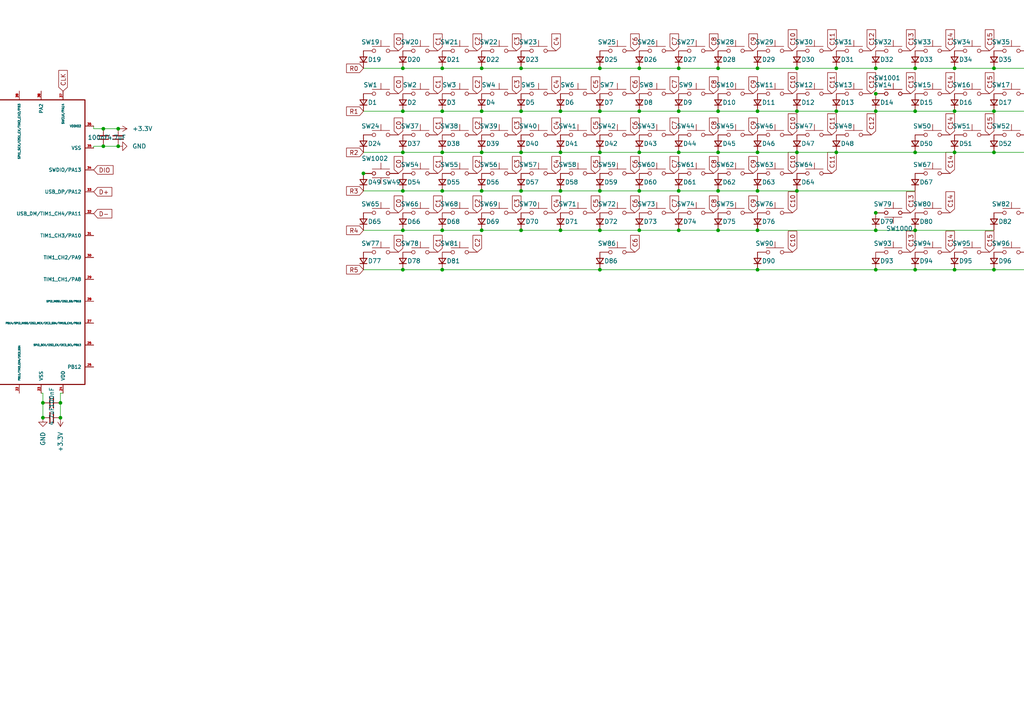
<source format=kicad_sch>
(kicad_sch (version 20240819) (generator "eeschema") (generator_version "8.99")
  (paper "A4")
  (lib_symbols
    (symbol "Connector:Conn_01x04_Pin" (pin_names (offset 1.016) hide)
      (property "Reference" "J" (at 0 5.08 0))
      (property "Value" "Conn_01x04_Pin" (at 0 -7.62 0))
      (symbol "Conn_01x04_Pin_1_1"
        (pin passive line (at 5.08 2.54 180) (length 3.81) (name "Pin_1") (number "1"))
        (pin passive line (at 5.08 0 180) (length 3.81) (name "Pin_2") (number "2"))
        (pin passive line (at 5.08 -2.54 180) (length 3.81) (name "Pin_3") (number "3"))
        (pin passive line (at 5.08 -5.08 180) (length 3.81) (name "Pin_4") (number "4"))
      )
    )
    (symbol "Connector:Conn_01x05_Socket" (pin_names (offset 1.016) hide)
      (property "Reference" "J" (at 0 7.62 0))
      (property "Value" "Conn_01x05_Socket" (at 0 -7.62 0))
      (symbol "Conn_01x05_Socket_1_1"
        (pin passive line (at -5.08 5.08 0) (length 3.81) (name "Pin_1") (number "1"))
        (pin passive line (at -5.08 2.54 0) (length 3.81) (name "Pin_2") (number "2"))
        (pin passive line (at -5.08 0 0) (length 3.81) (name "Pin_3") (number "3"))
        (pin passive line (at -5.08 -2.54 0) (length 3.81) (name "Pin_4") (number "4"))
        (pin passive line (at -5.08 -5.08 0) (length 3.81) (name "Pin_5") (number "5"))
      )
    )
    (symbol "Device:C_Small" (pin_numbers hide) (pin_names (offset 0.254) hide)
      (property "Reference" "C" (at 0.254 1.778 0))
      (property "Value" "C_Small" (at 0.254 -2.032 0))
      (symbol "C_Small_1_1"
        (pin passive line (at 0 2.54 270) (length 2.032) (name "~") (number "1"))
        (pin passive line (at 0 -2.54 90) (length 2.032) (name "~") (number "2"))
      )
    )
    (symbol "Device:D_Small" (pin_numbers hide) (pin_names (offset 0.254) hide)
      (property "Reference" "D" (at -1.27 2.032 0))
      (property "Value" "D_Small" (at -3.81 -2.032 0))
      (symbol "D_Small_1_1"
        (pin passive line (at -2.54 0 0) (length 1.778) (name "K") (number "1"))
        (pin passive line (at 2.54 0 180) (length 1.778) (name "A") (number "2"))
      )
    )
    (symbol "Device:R_Small" (pin_numbers hide) (pin_names (offset 0.254) hide)
      (property "Reference" "R" (at 0.762 0.508 0))
      (property "Value" "R_Small" (at 0.762 -1.016 0))
      (symbol "R_Small_1_1"
        (pin passive line (at 0 2.54 270) (length 0.762) (name "~") (number "1"))
        (pin passive line (at 0 -2.54 90) (length 0.762) (name "~") (number "2"))
      )
    )
    (symbol "LED:WS2812B" (pin_names (offset 0.254))
      (property "Reference" "D" (at 5.08 5.715 0))
      (property "Value" "WS2812B" (at 1.27 -5.715 0))
      (symbol "WS2812B_0_0"
        (text "RGB" (at 2.286 -4.191 0) (effects (font (size 0.762 0.762))))
      )
      (symbol "WS2812B_1_1"
        (pin input line (at -7.62 0 0) (length 2.54) (name "DIN") (number "4"))
        (pin power_in line (at 0 7.62 270) (length 2.54) (name "VDD") (number "1"))
        (pin power_in line (at 0 -7.62 90) (length 2.54) (name "VSS") (number "3"))
        (pin output line (at 7.62 0 180) (length 2.54) (name "DOUT") (number "2"))
      )
    )
    (symbol "Regulator_Linear:AMS1117"
      (property "Reference" "U" (at -3.81 3.175 0))
      (property "Value" "AMS1117" (at 0 3.175 0))
      (symbol "AMS1117_1_1"
        (pin power_in line (at -7.62 0 0) (length 2.54) (name "VI") (number "3"))
        (pin input line (at 0 -7.62 90) (length 2.54) (name "ADJ") (number "1"))
        (pin power_out line (at 7.62 0 180) (length 2.54) (name "VO") (number "2"))
      )
    )
    (symbol "Switch:SW_Push" (pin_numbers hide) (pin_names (offset 1.016) hide)
      (property "Reference" "SW" (at 1.27 2.54 0))
      (property "Value" "SW_Push" (at 0 -1.524 0))
      (symbol "SW_Push_0_1"
        (pin passive line (at -5.08 0 0) (length 2.54) (name "1") (number "1"))
        (pin passive line (at 5.08 0 180) (length 2.54) (name "2") (number "2"))
      )
    )
    (symbol "power:+3.3V" (power) (pin_numbers hide) (pin_names (offset 0) hide)
      (property "Value" "+3.3V" (at 0 3.556 0))
      (symbol "+3.3V_1_1"
        (pin power_in line (at 0 0 90) (length 0) (name "~") (number "1"))
      )
    )
    (symbol "power:+5V" (power) (pin_numbers hide) (pin_names (offset 0) hide)
      (property "Value" "+5V" (at 0 3.556 0))
      (symbol "+5V_1_1"
        (pin power_in line (at 0 0 90) (length 0) (name "~") (number "1"))
      )
    )
    (symbol "power:GND" (power) (pin_numbers hide) (pin_names (offset 0) hide)
      (property "Value" "GND" (at 0 -3.81 0))
      (symbol "GND_1_1"
        (pin power_in line (at 0 0 270) (length 0) (name "~") (number "1"))
      )
    )
    (symbol "stm32f072:STM32F072-LQFP48-acheronSymbols" (pin_names (offset 1.016))
      (property "Reference" "U1" (at -1.905 3.175 0))
      (property "Value" "STM32F072-LQFP48" (at -15.24 -1.27 0))
      (symbol "STM32F072-LQFP48-acheronSymbols_1_1"
        (pin power_in line (at -43.18 35.56 0) (length 2.54) (name "VBAT") (number "1"))
        (pin bidirectional line (at -43.18 29.21 0) (length 2.54) (name "PC13") (number "2"))
        (pin bidirectional line (at -43.18 22.86 0) (length 2.54) (name "PC14/OSC32_IN") (number "3"))
        (pin bidirectional line (at -43.18 16.51 0) (length 2.54) (name "PC15/OSC32_OUT") (number "4"))
        (pin bidirectional line (at -43.18 10.16 0) (length 2.54) (name "PF0/OSC_IN") (number "5"))
        (pin bidirectional line (at -43.18 3.81 0) (length 2.54) (name "PF1/OSC_OUT") (number "6"))
        (pin input line (at -43.18 -2.54 0) (length 2.54) (name "NRST") (number "7"))
        (pin power_in line (at -43.18 -8.89 0) (length 2.54) (name "VSSA") (number "8"))
        (pin power_in line (at -43.18 -15.24 0) (length 2.54) (name "VDDA") (number "9"))
        (pin bidirectional line (at -43.18 -21.59 0) (length 2.54) (name "PA0/ADC_IN0") (number "10"))
        (pin bidirectional line (at -43.18 -27.94 0) (length 2.54) (name "PA1/ADC_IN1") (number "11"))
        (pin bidirectional line (at -43.18 -34.29 0) (length 2.54) (name "PA2/ADC_IN2") (number "12"))
        (pin input line (at -34.29 44.45 270) (length 2.54) (name "VDD") (number "48"))
        (pin bidirectional line (at -34.29 -43.18 90) (length 2.54) (name "PA3/TIM15_CH2/ADC_IN3") (number "13"))
        (pin input line (at -27.94 44.45 270) (length 2.54) (name "VSS") (number "47"))
        (pin bidirectional line (at -27.94 -43.18 90) (length 2.54) (name "PA4/TIM14_CH1/ADC_IN4") (number "14"))
        (pin input line (at -21.59 44.45 270) (length 2.54) (name "SPI2_NSS/I2S2_WS/I2C1_SDA/TIM17_CH1/PB9") (number "46"))
        (pin bidirectional line (at -21.59 -43.18 90) (length 2.54) (name "PA5/ADC_IN5/DAC_OUT2") (number "15"))
        (pin bidirectional line (at -15.24 44.45 270) (length 2.54) (name "I2C1_SCL/TIM16_CH1/PB8") (number "45"))
        (pin bidirectional line (at -15.24 -43.18 90) (length 2.54) (name "PA6/ADC_IN6/TIM3_CH1/TIM16_CH1") (number "16"))
        (pin output line (at -8.89 44.45 270) (length 2.54) (name "BOOT0") (number "44"))
        (pin bidirectional line (at -8.89 -43.18 90) (length 2.54) (name "PA7/TIM3_CH2/TIM14_CH1/ADC_IN7") (number "17"))
        (pin bidirectional line (at -2.54 44.45 270) (length 2.54) (name "2C1_SDA/PB7") (number "43"))
        (pin bidirectional line (at -2.54 -43.18 90) (length 2.54) (name "PB0/TIM3_CH3/ADC_IN8") (number "18"))
        (pin bidirectional line (at 3.81 44.45 270) (length 2.54) (name "I2C1_SCL/PB6") (number "42"))
        (pin bidirectional line (at 3.81 -43.18 90) (length 2.54) (name "PB1/TIM3_CH4/TIM14_CH1/ADC_IN9") (number "19"))
        (pin bidirectional line (at 10.16 44.45 270) (length 2.54) (name "SPI1_MOSI/I2S1_SD/TIM3_CH2/PB5") (number "41"))
        (pin bidirectional line (at 10.16 -43.18 90) (length 2.54) (name "PB2") (number "20"))
        (pin bidirectional line (at 16.51 44.45 270) (length 2.54) (name "SPI1_MISO/I2S1_MCK/TIM3_CH1/PB4") (number "40"))
        (pin bidirectional line (at 16.51 -43.18 90) (length 2.54) (name "PB10/SPI2_SCK/I2C2_SCL/TIM2_CH3") (number "21"))
        (pin bidirectional line (at 22.86 44.45 270) (length 2.54) (name "SPI1_SCK/I2S1_CK/TIM2_CH2/PB3") (number "39"))
        (pin bidirectional line (at 22.86 -43.18 90) (length 2.54) (name "PB11/TIM2_CH4/I2C2_SDA") (number "22"))
        (pin bidirectional line (at 29.21 44.45 270) (length 2.54) (name "PA2") (number "38"))
        (pin power_in line (at 29.21 -43.18 90) (length 2.54) (name "VSS") (number "23"))
        (pin bidirectional line (at 35.56 44.45 270) (length 2.54) (name "SWCLK/PA14") (number "37"))
        (pin power_in line (at 35.56 -43.18 90) (length 2.54) (name "VDD") (number "24"))
        (pin power_in line (at 44.45 34.29 180) (length 2.54) (name "VDDIO2") (number "36"))
        (pin power_in line (at 44.45 27.94 180) (length 2.54) (name "VSS") (number "35"))
        (pin bidirectional line (at 44.45 21.59 180) (length 2.54) (name "SWDIO/PA13") (number "34"))
        (pin bidirectional line (at 44.45 15.24 180) (length 2.54) (name "USB_DP/PA12") (number "33"))
        (pin bidirectional line (at 44.45 8.89 180) (length 2.54) (name "USB_DM/TIM1_CH4/PA11") (number "32"))
        (pin bidirectional line (at 44.45 2.54 180) (length 2.54) (name "TIM1_CH3/PA10") (number "31"))
        (pin bidirectional line (at 44.45 -3.81 180) (length 2.54) (name "TIM1_CH2/PA9") (number "30"))
        (pin bidirectional line (at 44.45 -10.16 180) (length 2.54) (name "TIM1_CH1/PA8") (number "29"))
        (pin bidirectional line (at 44.45 -16.51 180) (length 2.54) (name "SPI2_MOSI/I2S2_SD/PB15") (number "28"))
        (pin bidirectional line (at 44.45 -22.86 180) (length 2.54) (name "PB14/SPI2_MISO/I2S2_MCK/I2C2_SDA/TIM15_CH1/PB15") (number "27"))
        (pin bidirectional line (at 44.45 -29.21 180) (length 2.54) (name "SPI2_SCK/I2S2_CK/I2C2_SCL/PB13") (number "26"))
        (pin bidirectional line (at 44.45 -35.56 180) (length 2.54) (name "PB12") (number "25"))
      )
    )
  )
  (junction (at 196.85 44.196))
  (junction (at -67.564 80.264))
  (junction (at 288.29 78.232))
  (junction (at 162.56 66.802))
  (junction (at 254 19.812))
  (junction (at 116.84 78.232))
  (junction (at 276.86 32.258))
  (junction (at 162.56 55.372))
  (junction (at 265.43 44.196))
  (junction (at 139.7 55.372))
  (junction (at 151.13 66.802))
  (junction (at 128.27 44.196))
  (junction (at 116.84 66.802))
  (junction (at 208.28 32.258))
  (junction (at 288.29 44.196))
  (junction (at 219.71 32.258))
  (junction (at -50.8 23.622))
  (junction (at 105.41 50.292))
  (junction (at 185.42 32.258))
  (junction (at 254 61.722))
  (junction (at 29.972 42.418))
  (junction (at 128.27 32.258))
  (junction (at 116.84 32.258))
  (junction (at 173.99 78.232))
  (junction (at 208.28 44.196))
  (junction (at 128.27 78.232))
  (junction (at -63.246 80.264))
  (junction (at 265.43 19.812))
  (junction (at -71.882 14.732))
  (junction (at 196.85 19.812))
  (junction (at 151.13 19.812))
  (junction (at -63.246 85.344))
  (junction (at 231.14 55.372))
  (junction (at 139.7 32.258))
  (junction (at 219.71 19.812))
  (junction (at 12.446 121.158))
  (junction (at 128.27 19.812))
  (junction (at 208.28 55.372))
  (junction (at 196.85 66.802))
  (junction (at 254 66.802))
  (junction (at 254 32.258))
  (junction (at -60.452 35.306))
  (junction (at 139.7 66.802))
  (junction (at 276.86 44.196))
  (junction (at 34.29 42.418))
  (junction (at 128.27 66.802))
  (junction (at 219.71 44.196))
  (junction (at 231.14 44.196))
  (junction (at 116.84 19.812))
  (junction (at -69.088 14.732))
  (junction (at 173.99 19.812))
  (junction (at 288.29 32.258))
  (junction (at 196.85 32.258))
  (junction (at 265.43 32.258))
  (junction (at 231.14 19.812))
  (junction (at 254 78.232))
  (junction (at 162.56 32.258))
  (junction (at 17.526 116.84))
  (junction (at 242.57 19.812))
  (junction (at 231.14 32.258))
  (junction (at 185.42 19.812))
  (junction (at 265.43 78.232))
  (junction (at 173.99 55.372))
  (junction (at -45.72 19.304))
  (junction (at 219.71 66.802))
  (junction (at 254 27.178))
  (junction (at -45.72 23.622))
  (junction (at 219.71 78.232))
  (junction (at 34.29 37.338))
  (junction (at -50.8 19.304))
  (junction (at 173.99 32.258))
  (junction (at 242.57 44.196))
  (junction (at -67.564 85.344))
  (junction (at 288.29 19.812))
  (junction (at 162.56 44.196))
  (junction (at 345.694 124.46))
  (junction (at 151.13 32.258))
  (junction (at 116.84 44.196))
  (junction (at 185.42 44.196))
  (junction (at 151.13 44.196))
  (junction (at 12.446 116.84))
  (junction (at 116.84 55.372))
  (junction (at 208.28 66.802))
  (junction (at 151.13 55.372))
  (junction (at 139.7 19.812))
  (junction (at 219.71 55.372))
  (junction (at 276.86 19.812))
  (junction (at 185.42 55.372))
  (junction (at 128.27 55.372))
  (junction (at 265.43 66.802))
  (junction (at 345.694 139.7))
  (junction (at 185.42 66.802))
  (junction (at 276.86 78.232))
  (junction (at 173.99 66.802))
  (junction (at 173.99 44.196))
  (junction (at 17.526 121.158))
  (junction (at 208.28 19.812))
  (junction (at 330.454 139.7))
  (junction (at 139.7 44.196))
  (junction (at 196.85 55.372))
  (junction (at 330.454 124.46))
  (junction (at 242.57 32.258))
  (junction (at 29.972 37.338))
  (no_connect (at -60.452 60.706))
  (no_connect (at -60.452 67.056))
  (wire (pts (xy 139.7 66.802) (xy 151.13 66.802)))
  (wire (pts (xy 288.29 44.196) (xy 299.72 44.196)))
  (wire (pts (xy 208.28 66.802) (xy 219.71 66.802)))
  (wire (pts (xy -60.452 85.344) (xy -63.246 85.344)))
  (wire (pts (xy 208.28 19.812) (xy 219.71 19.812)))
  (wire (pts (xy 265.43 44.196) (xy 276.86 44.196)))
  (wire (pts (xy 105.41 66.802) (xy 116.84 66.802)))
  (wire (pts (xy 27.178 37.338) (xy 29.972 37.338)))
  (wire (pts (xy 173.99 78.232) (xy 219.71 78.232)))
  (wire (pts (xy 276.86 32.258) (xy 288.29 32.258)))
  (wire (pts (xy 139.7 44.196) (xy 151.13 44.196)))
  (wire (pts (xy 345.694 139.7) (xy 360.934 139.7)))
  (wire (pts (xy 139.7 19.812) (xy 151.13 19.812)))
  (wire (pts (xy -130.302 85.09) (xy -119.126 85.09)))
  (wire (pts (xy 17.526 114.046) (xy 17.526 116.84)))
  (wire (pts (xy 196.85 32.258) (xy 208.28 32.258)))
  (wire (pts (xy 162.56 55.372) (xy 173.99 55.372)))
  (wire (pts (xy 128.27 44.196) (xy 139.7 44.196)))
  (wire (pts (xy -60.452 86.106) (xy -60.452 85.344)))
  (wire (pts (xy 105.41 32.258) (xy 116.84 32.258)))
  (wire (pts (xy 185.42 55.372) (xy 196.85 55.372)))
  (wire (pts (xy 276.86 78.232) (xy 288.29 78.232)))
  (wire (pts (xy 196.85 19.812) (xy 208.28 19.812)))
  (wire (pts (xy 151.13 19.812) (xy 173.99 19.812)))
  (wire (pts (xy -63.246 85.344) (xy -67.564 85.344)))
  (wire (pts (xy 254 19.812) (xy 265.43 19.812)))
  (wire (pts (xy 29.972 37.338) (xy 34.29 37.338)))
  (wire (pts (xy 265.43 78.232) (xy 276.86 78.232)))
  (wire (pts (xy -74.422 14.732) (xy -71.882 14.732)))
  (wire (pts (xy 162.56 66.802) (xy 173.99 66.802)))
  (wire (pts (xy -45.72 23.622) (xy -45.72 26.416)))
  (wire (pts (xy 231.14 44.196) (xy 242.57 44.196)))
  (wire (pts (xy 196.85 66.802) (xy 208.28 66.802)))
  (wire (pts (xy 151.13 32.258) (xy 162.56 32.258)))
  (wire (pts (xy 128.27 55.372) (xy 139.7 55.372)))
  (wire (pts (xy 173.99 44.196) (xy 185.42 44.196)))
  (wire (pts (xy 288.29 19.812) (xy 299.72 19.812)))
  (wire (pts (xy 12.446 121.158) (xy 12.446 116.84)))
  (wire (pts (xy 231.14 19.812) (xy 242.57 19.812)))
  (wire (pts (xy 242.57 32.258) (xy 254 32.258)))
  (wire (pts (xy 196.85 44.196) (xy 208.28 44.196)))
  (wire (pts (xy 173.99 66.802) (xy 185.42 66.802)))
  (wire (pts (xy 242.57 19.812) (xy 254 19.812)))
  (wire (pts (xy 242.57 44.196) (xy 265.43 44.196)))
  (wire (pts (xy 185.42 66.802) (xy 196.85 66.802)))
  (wire (pts (xy 315.214 139.7) (xy 330.454 139.7)))
  (wire (pts (xy 185.42 44.196) (xy 196.85 44.196)))
  (wire (pts (xy 254 66.802) (xy 265.43 66.802)))
  (wire (pts (xy -63.246 80.264) (xy -60.452 80.264)))
  (wire (pts (xy 128.27 32.258) (xy 139.7 32.258)))
  (wire (pts (xy 231.14 55.372) (xy 265.43 55.372)))
  (wire (pts (xy 208.28 32.258) (xy 219.71 32.258)))
  (wire (pts (xy 12.446 114.046) (xy 11.938 114.046)))
  (wire (pts (xy 315.214 124.46) (xy 330.454 124.46)))
  (wire (pts (xy 185.42 32.258) (xy 196.85 32.258)))
  (wire (pts (xy -45.72 19.304) (xy -45.72 23.622)))
  (wire (pts (xy 265.43 32.258) (xy 276.86 32.258)))
  (wire (pts (xy -51.562 26.416) (xy -50.8 26.416)))
  (wire (pts (xy 29.972 42.418) (xy 27.178 42.418)))
  (wire (pts (xy 345.694 124.46) (xy 360.934 124.46)))
  (wire (pts (xy 173.99 32.258) (xy 185.42 32.258)))
  (wire (pts (xy 27.178 42.418) (xy 27.178 42.926)))
  (wire (pts (xy 173.99 55.372) (xy 185.42 55.372)))
  (wire (pts (xy 330.454 124.46) (xy 345.694 124.46)))
  (wire (pts (xy 139.7 55.372) (xy 151.13 55.372)))
  (wire (pts (xy -130.302 82.55) (xy -119.126 82.55)))
  (wire (pts (xy 276.86 44.196) (xy 288.29 44.196)))
  (wire (pts (xy -50.8 23.622) (xy -50.8 19.304)))
  (wire (pts (xy 173.99 19.812) (xy 185.42 19.812)))
  (wire (pts (xy 162.56 44.196) (xy 173.99 44.196)))
  (wire (pts (xy -50.8 26.416) (xy -50.8 23.622)))
  (wire (pts (xy 254 32.258) (xy 265.43 32.258)))
  (wire (pts (xy 219.71 32.258) (xy 231.14 32.258)))
  (wire (pts (xy 139.7 32.258) (xy 151.13 32.258)))
  (wire (pts (xy 185.42 19.812) (xy 196.85 19.812)))
  (wire (pts (xy -45.72 26.416) (xy -45.212 26.416)))
  (wire (pts (xy 330.454 139.7) (xy 345.694 139.7)))
  (wire (pts (xy 196.85 55.372) (xy 208.28 55.372)))
  (wire (pts (xy -67.564 80.264) (xy -63.246 80.264)))
  (wire (pts (xy 231.14 32.258) (xy 242.57 32.258)))
  (wire (pts (xy -69.088 14.732) (xy -69.088 14.478)))
  (wire (pts (xy 288.29 78.232) (xy 299.72 78.232)))
  (wire (pts (xy 162.56 32.258) (xy 173.99 32.258)))
  (wire (pts (xy 128.27 19.812) (xy 139.7 19.812)))
  (wire (pts (xy 128.27 66.802) (xy 139.7 66.802)))
  (wire (pts (xy 208.28 55.372) (xy 219.71 55.372)))
  (wire (pts (xy -60.452 80.264) (xy -60.452 79.756)))
  (wire (pts (xy -69.088 9.398) (xy -71.882 9.398)))
  (wire (pts (xy 12.446 116.84) (xy 12.446 114.046)))
  (wire (pts (xy 151.13 44.196) (xy 162.56 44.196)))
  (wire (pts (xy 151.13 66.802) (xy 162.56 66.802)))
  (wire (pts (xy -71.882 14.732) (xy -69.088 14.732)))
  (wire (pts (xy 128.27 78.232) (xy 173.99 78.232)))
  (wire (pts (xy 208.28 44.196) (xy 219.71 44.196)))
  (wire (pts (xy -79.502 14.732) (xy -82.042 14.732)))
  (wire (pts (xy -71.882 10.922) (xy -71.882 14.732)))
  (wire (pts (xy 116.84 32.258) (xy 128.27 32.258)))
  (wire (pts (xy 105.41 55.372) (xy 116.84 55.372)))
  (wire (pts (xy -82.042 14.732) (xy -82.042 10.922)))
  (wire (pts (xy 219.71 78.232) (xy 254 78.232)))
  (wire (pts (xy 105.41 19.812) (xy 116.84 19.812)))
  (wire (pts (xy 116.84 78.232) (xy 128.27 78.232)))
  (wire (pts (xy 276.86 19.812) (xy 288.29 19.812)))
  (wire (pts (xy 265.43 19.812) (xy 276.86 19.812)))
  (wire (pts (xy 116.84 66.802) (xy 128.27 66.802)))
  (wire (pts (xy 219.71 44.196) (xy 231.14 44.196)))
  (wire (pts (xy 18.288 114.046) (xy 17.526 114.046)))
  (wire (pts (xy 34.29 42.418) (xy 29.972 42.418)))
  (wire (pts (xy 219.71 66.802) (xy 254 66.802)))
  (wire (pts (xy 105.41 44.196) (xy 116.84 44.196)))
  (wire (pts (xy 219.71 19.812) (xy 231.14 19.812)))
  (wire (pts (xy 116.84 44.196) (xy 128.27 44.196)))
  (wire (pts (xy 116.84 55.372) (xy 128.27 55.372)))
  (wire (pts (xy 105.41 78.232) (xy 116.84 78.232)))
  (wire (pts (xy 288.29 32.258) (xy 299.72 32.258)))
  (wire (pts (xy 265.43 66.802) (xy 288.29 66.802)))
  (wire (pts (xy 17.526 116.84) (xy 17.526 121.158)))
  (wire (pts (xy 219.71 55.372) (xy 231.14 55.372)))
  (wire (pts (xy 151.13 55.372) (xy 162.56 55.372)))
  (wire (pts (xy 116.84 19.812) (xy 128.27 19.812)))
  (wire (pts (xy 27.178 36.576) (xy 27.178 37.338)))
  (wire (pts (xy 254 78.232) (xy 265.43 78.232)))
  (global_label "C1" (shape input) (at 127 73.152 90) (property "Intersheetrefs" "${INTERSHEET_REFS}" (effects (hide yes))))
  (global_label "C12" (shape input) (at 252.73 14.732 90) (property "Intersheetrefs" "${INTERSHEET_REFS}" (effects (hide yes))))
  (global_label "CLK" (shape input) (at 18.288 26.416 90) (property "Intersheetrefs" "${INTERSHEET_REFS}" (effects (hide yes))))
  (global_label "C2" (shape input) (at 138.43 73.152 90) (property "Intersheetrefs" "${INTERSHEET_REFS}" (effects (hide yes))))
  (global_label "C0" (shape input) (at 115.57 73.152 90) (property "Intersheetrefs" "${INTERSHEET_REFS}" (effects (hide yes))))
  (global_label "D-" (shape input) (at -119.38 82.55 0) (property "Intersheetrefs" "${INTERSHEET_REFS}" (effects (hide yes))))
  (global_label "C13" (shape input) (at 264.16 61.722 90) (property "Intersheetrefs" "${INTERSHEET_REFS}" (effects (hide yes))))
  (global_label "C6" (shape input) (at 184.15 73.152 90) (property "Intersheetrefs" "${INTERSHEET_REFS}" (effects (hide yes))))
  (global_label "C2" (shape input) (at 138.43 39.116 90) (property "Intersheetrefs" "${INTERSHEET_REFS}" (effects (hide yes))))
  (global_label "C5" (shape input) (at 172.72 27.178 90) (property "Intersheetrefs" "${INTERSHEET_REFS}" (effects (hide yes))))
  (global_label "C9" (shape input) (at 218.44 39.116 90) (property "Intersheetrefs" "${INTERSHEET_REFS}" (effects (hide yes))))
  (global_label "RST" (shape input) (at -82.042 10.922 180) (property "Intersheetrefs" "${INTERSHEET_REFS}" (effects (hide yes))))
  (global_label "C15" (shape input) (at 287.02 73.152 90) (property "Intersheetrefs" "${INTERSHEET_REFS}" (effects (hide yes))))
  (global_label "R0" (shape input) (at 105.41 19.812 180) (property "Intersheetrefs" "${INTERSHEET_REFS}" (effects (hide yes))))
  (global_label "C6" (shape input) (at 184.15 61.722 90) (property "Intersheetrefs" "${INTERSHEET_REFS}" (effects (hide yes))))
  (global_label "C14" (shape input) (at 275.59 27.178 90) (property "Intersheetrefs" "${INTERSHEET_REFS}" (effects (hide yes))))
  (global_label "C7" (shape input) (at 195.58 14.732 90) (property "Intersheetrefs" "${INTERSHEET_REFS}" (effects (hide yes))))
  (global_label "C6" (shape input) (at 184.15 50.292 90) (property "Intersheetrefs" "${INTERSHEET_REFS}" (effects (hide yes))))
  (global_label "C14" (shape input) (at 275.59 14.732 90) (property "Intersheetrefs" "${INTERSHEET_REFS}" (effects (hide yes))))
  (global_label "C13" (shape input) (at 264.16 14.732 90) (property "Intersheetrefs" "${INTERSHEET_REFS}" (effects (hide yes))))
  (global_label "C10" (shape input) (at 229.87 39.116 90) (property "Intersheetrefs" "${INTERSHEET_REFS}" (effects (hide yes))))
  (global_label "C17" (shape input) (at 309.88 27.178 90) (property "Intersheetrefs" "${INTERSHEET_REFS}" (effects (hide yes))))
  (global_label "C10" (shape input) (at 229.87 27.178 90) (property "Intersheetrefs" "${INTERSHEET_REFS}" (effects (hide yes))))
  (global_label "C3" (shape input) (at 149.86 39.116 90) (property "Intersheetrefs" "${INTERSHEET_REFS}" (effects (hide yes))))
  (global_label "C7" (shape input) (at 195.58 27.178 90) (property "Intersheetrefs" "${INTERSHEET_REFS}" (effects (hide yes))))
  (global_label "C0" (shape input) (at 115.57 61.722 90) (property "Intersheetrefs" "${INTERSHEET_REFS}" (effects (hide yes))))
  (global_label "C13" (shape input) (at 264.16 27.178 90) (property "Intersheetrefs" "${INTERSHEET_REFS}" (effects (hide yes))))
  (global_label "C14" (shape input) (at 275.59 50.292 90) (property "Intersheetrefs" "${INTERSHEET_REFS}" (effects (hide yes))))
  (global_label "C17" (shape input) (at 309.88 73.152 90) (property "Intersheetrefs" "${INTERSHEET_REFS}" (effects (hide yes))))
  (global_label "C1" (shape input) (at 127 61.722 90) (property "Intersheetrefs" "${INTERSHEET_REFS}" (effects (hide yes))))
  (global_label "C3" (shape input) (at 149.86 14.732 90) (property "Intersheetrefs" "${INTERSHEET_REFS}" (effects (hide yes))))
  (global_label "C14" (shape input) (at 275.59 73.152 90) (property "Intersheetrefs" "${INTERSHEET_REFS}" (effects (hide yes))))
  (global_label "C16" (shape input) (at 298.45 73.152 90) (property "Intersheetrefs" "${INTERSHEET_REFS}" (effects (hide yes))))
  (global_label "C1" (shape input) (at 127 50.292 90) (property "Intersheetrefs" "${INTERSHEET_REFS}" (effects (hide yes))))
  (global_label "C2" (shape input) (at 138.43 61.722 90) (property "Intersheetrefs" "${INTERSHEET_REFS}" (effects (hide yes))))
  (global_label "C4" (shape input) (at 161.29 61.722 90) (property "Intersheetrefs" "${INTERSHEET_REFS}" (effects (hide yes))))
  (global_label "C16" (shape input) (at 298.45 61.722 90) (property "Intersheetrefs" "${INTERSHEET_REFS}" (effects (hide yes))))
  (global_label "C9" (shape input) (at 218.44 14.732 90) (property "Intersheetrefs" "${INTERSHEET_REFS}" (effects (hide yes))))
  (global_label "C7" (shape input) (at 195.58 61.722 90) (property "Intersheetrefs" "${INTERSHEET_REFS}" (effects (hide yes))))
  (global_label "C7" (shape input) (at 195.58 50.292 90) (property "Intersheetrefs" "${INTERSHEET_REFS}" (effects (hide yes))))
  (global_label "D-" (shape input) (at 27.178 61.976 0) (property "Intersheetrefs" "${INTERSHEET_REFS}" (effects (hide yes))))
  (global_label "C11" (shape input) (at 241.3 50.292 90) (property "Intersheetrefs" "${INTERSHEET_REFS}" (effects (hide yes))))
  (global_label "C4" (shape input) (at 161.29 27.178 90) (property "Intersheetrefs" "${INTERSHEET_REFS}" (effects (hide yes))))
  (global_label "RST" (shape input) (at -60.452 73.406 180) (property "Intersheetrefs" "${INTERSHEET_REFS}" (effects (hide yes))))
  (global_label "C12" (shape input) (at 252.73 39.116 90) (property "Intersheetrefs" "${INTERSHEET_REFS}" (effects (hide yes))))
  (global_label "DIO" (shape input) (at 27.178 49.276 0) (property "Intersheetrefs" "${INTERSHEET_REFS}" (effects (hide yes))))
  (global_label "C2" (shape input) (at 138.43 50.292 90) (property "Intersheetrefs" "${INTERSHEET_REFS}" (effects (hide yes))))
  (global_label "C4" (shape input) (at 161.29 50.292 90) (property "Intersheetrefs" "${INTERSHEET_REFS}" (effects (hide yes))))
  (global_label "C3" (shape input) (at 149.86 27.178 90) (property "Intersheetrefs" "${INTERSHEET_REFS}" (effects (hide yes))))
  (global_label "C4" (shape input) (at 161.29 14.732 90) (property "Intersheetrefs" "${INTERSHEET_REFS}" (effects (hide yes))))
  (global_label "C17" (shape input) (at 309.88 14.732 90) (property "Intersheetrefs" "${INTERSHEET_REFS}" (effects (hide yes))))
  (global_label "RGB" (shape input) (at 307.594 132.08 180) (property "Intersheetrefs" "${INTERSHEET_REFS}" (effects (hide yes))))
  (global_label "C9" (shape input) (at 218.44 61.722 90) (property "Intersheetrefs" "${INTERSHEET_REFS}" (effects (hide yes))))
  (global_label "C10" (shape input) (at 229.87 14.732 90) (property "Intersheetrefs" "${INTERSHEET_REFS}" (effects (hide yes))))
  (global_label "C7" (shape input) (at 195.58 39.116 90) (property "Intersheetrefs" "${INTERSHEET_REFS}" (effects (hide yes))))
  (global_label "C11" (shape input) (at 241.3 39.116 90) (property "Intersheetrefs" "${INTERSHEET_REFS}" (effects (hide yes))))
  (global_label "R3" (shape input) (at 105.41 55.372 180) (property "Intersheetrefs" "${INTERSHEET_REFS}" (effects (hide yes))))
  (global_label "C3" (shape input) (at 149.86 50.292 90) (property "Intersheetrefs" "${INTERSHEET_REFS}" (effects (hide yes))))
  (global_label "C16" (shape input) (at 298.45 14.732 90) (property "Intersheetrefs" "${INTERSHEET_REFS}" (effects (hide yes))))
  (global_label "CLK" (shape input) (at -12.954 83.82 270) (property "Intersheetrefs" "${INTERSHEET_REFS}" (effects (hide yes))))
  (global_label "C11" (shape input) (at 241.3 14.732 90) (property "Intersheetrefs" "${INTERSHEET_REFS}" (effects (hide yes))))
  (global_label "boot" (shape input) (at -26.162 26.416 90) (property "Intersheetrefs" "${INTERSHEET_REFS}" (effects (hide yes))))
  (global_label "C14" (shape input) (at 275.59 39.116 90) (property "Intersheetrefs" "${INTERSHEET_REFS}" (effects (hide yes))))
  (global_label "C14" (shape input) (at 275.59 61.722 90) (property "Intersheetrefs" "${INTERSHEET_REFS}" (effects (hide yes))))
  (global_label "C1" (shape input) (at 127 14.732 90) (property "Intersheetrefs" "${INTERSHEET_REFS}" (effects (hide yes))))
  (global_label "R5" (shape input) (at 105.41 78.232 180) (property "Intersheetrefs" "${INTERSHEET_REFS}" (effects (hide yes))))
  (global_label "DIO" (shape input) (at -15.494 83.82 270) (property "Intersheetrefs" "${INTERSHEET_REFS}" (effects (hide yes))))
  (global_label "C8" (shape input) (at 207.01 50.292 90) (property "Intersheetrefs" "${INTERSHEET_REFS}" (effects (hide yes))))
  (global_label "C1" (shape input) (at 127 27.178 90) (property "Intersheetrefs" "${INTERSHEET_REFS}" (effects (hide yes))))
  (global_label "C15" (shape input) (at 287.02 14.732 90) (property "Intersheetrefs" "${INTERSHEET_REFS}" (effects (hide yes))))
  (global_label "C1" (shape input) (at 127 39.116 90) (property "Intersheetrefs" "${INTERSHEET_REFS}" (effects (hide yes))))
  (global_label "C9" (shape input) (at -60.452 41.656 180) (property "Intersheetrefs" "${INTERSHEET_REFS}" (effects (hide yes))))
  (global_label "C17" (shape input) (at 309.88 39.116 90) (property "Intersheetrefs" "${INTERSHEET_REFS}" (effects (hide yes))))
  (global_label "C2" (shape input) (at 138.43 27.178 90) (property "Intersheetrefs" "${INTERSHEET_REFS}" (effects (hide yes))))
  (global_label "C13" (shape input) (at 264.16 73.152 90) (property "Intersheetrefs" "${INTERSHEET_REFS}" (effects (hide yes))))
  (global_label "D+" (shape input) (at -119.38 85.09 0) (property "Intersheetrefs" "${INTERSHEET_REFS}" (effects (hide yes))))
  (global_label "C5" (shape input) (at 172.72 50.292 90) (property "Intersheetrefs" "${INTERSHEET_REFS}" (effects (hide yes))))
  (global_label "D+" (shape input) (at 27.178 55.626 0) (property "Intersheetrefs" "${INTERSHEET_REFS}" (effects (hide yes))))
  (global_label "C16" (shape input) (at 298.45 27.178 90) (property "Intersheetrefs" "${INTERSHEET_REFS}" (effects (hide yes))))
  (global_label "C5" (shape input) (at 172.72 61.722 90) (property "Intersheetrefs" "${INTERSHEET_REFS}" (effects (hide yes))))
  (global_label "C11" (shape input) (at 241.3 27.178 90) (property "Intersheetrefs" "${INTERSHEET_REFS}" (effects (hide yes))))
  (global_label "C0" (shape input) (at 115.57 14.732 90) (property "Intersheetrefs" "${INTERSHEET_REFS}" (effects (hide yes))))
  (global_label "C8" (shape input) (at 207.01 14.732 90) (property "Intersheetrefs" "${INTERSHEET_REFS}" (effects (hide yes))))
  (global_label "R2" (shape input) (at 105.41 44.196 180) (property "Intersheetrefs" "${INTERSHEET_REFS}" (effects (hide yes))))
  (global_label "C6" (shape input) (at 184.15 14.732 90) (property "Intersheetrefs" "${INTERSHEET_REFS}" (effects (hide yes))))
  (global_label "C10" (shape input) (at 229.87 61.722 90) (property "Intersheetrefs" "${INTERSHEET_REFS}" (effects (hide yes))))
  (global_label "C16" (shape input) (at 298.45 39.116 90) (property "Intersheetrefs" "${INTERSHEET_REFS}" (effects (hide yes))))
  (global_label "C9" (shape input) (at 218.44 50.292 90) (property "Intersheetrefs" "${INTERSHEET_REFS}" (effects (hide yes))))
  (global_label "C4" (shape input) (at 161.29 39.116 90) (property "Intersheetrefs" "${INTERSHEET_REFS}" (effects (hide yes))))
  (global_label "C0" (shape input) (at 115.57 39.116 90) (property "Intersheetrefs" "${INTERSHEET_REFS}" (effects (hide yes))))
  (global_label "C8" (shape input) (at 207.01 61.722 90) (property "Intersheetrefs" "${INTERSHEET_REFS}" (effects (hide yes))))
  (global_label "C0" (shape input) (at 115.57 50.292 90) (property "Intersheetrefs" "${INTERSHEET_REFS}" (effects (hide yes))))
  (global_label "boot" (shape input) (at -69.088 9.398 90) (property "Intersheetrefs" "${INTERSHEET_REFS}" (effects (hide yes))))
  (global_label "R4" (shape input) (at 105.41 66.802 180) (property "Intersheetrefs" "${INTERSHEET_REFS}" (effects (hide yes))))
  (global_label "C5" (shape input) (at 172.72 39.116 90) (property "Intersheetrefs" "${INTERSHEET_REFS}" (effects (hide yes))))
  (global_label "C8" (shape input) (at 207.01 27.178 90) (property "Intersheetrefs" "${INTERSHEET_REFS}" (effects (hide yes))))
  (global_label "C6" (shape input) (at 184.15 27.178 90) (property "Intersheetrefs" "${INTERSHEET_REFS}" (effects (hide yes))))
  (global_label "C10" (shape input) (at 229.87 50.292 90) (property "Intersheetrefs" "${INTERSHEET_REFS}" (effects (hide yes))))
  (global_label "C15" (shape input) (at 287.02 27.178 90) (property "Intersheetrefs" "${INTERSHEET_REFS}" (effects (hide yes))))
  (global_label "C3" (shape input) (at 149.86 61.722 90) (property "Intersheetrefs" "${INTERSHEET_REFS}" (effects (hide yes))))
  (global_label "C12" (shape input) (at 252.73 27.178 90) (property "Intersheetrefs" "${INTERSHEET_REFS}" (effects (hide yes))))
  (global_label "C2" (shape input) (at 138.43 14.732 90) (property "Intersheetrefs" "${INTERSHEET_REFS}" (effects (hide yes))))
  (global_label "C0" (shape input) (at 115.57 27.178 90) (property "Intersheetrefs" "${INTERSHEET_REFS}" (effects (hide yes))))
  (global_label "C6" (shape input) (at 184.15 39.116 90) (property "Intersheetrefs" "${INTERSHEET_REFS}" (effects (hide yes))))
  (global_label "R1" (shape input) (at 105.41 32.258 180) (property "Intersheetrefs" "${INTERSHEET_REFS}" (effects (hide yes))))
  (global_label "C15" (shape input) (at 287.02 39.116 90) (property "Intersheetrefs" "${INTERSHEET_REFS}" (effects (hide yes))))
  (global_label "C9" (shape input) (at 218.44 27.178 90) (property "Intersheetrefs" "${INTERSHEET_REFS}" (effects (hide yes))))
  (global_label "C10" (shape input) (at 229.87 73.152 90) (property "Intersheetrefs" "${INTERSHEET_REFS}" (effects (hide yes))))
  (global_label "C8" (shape input) (at 207.01 39.116 90) (property "Intersheetrefs" "${INTERSHEET_REFS}" (effects (hide yes))))
  (global_label "RST" (shape input) (at -18.034 83.82 270) (property "Intersheetrefs" "${INTERSHEET_REFS}" (effects (hide yes))))
  (symbol (lib_id "Switch:SW_Push") (at 110.49 73.152 0) (unit 1)
    (property "Reference" "SW77" (at 107.442 70.612 0))
    (property "Value" "SW_Push" (effects (hide yes)))
    (property "Footprint" "MX_Only:MXOnly-1.5U_N" (effects (hide yes)))
    (property "Description" "Push button switch, generic, two pins" (effects (hide yes)))
  )
  (symbol (lib_id "Switch:SW_Push") (at 270.51 14.732 0) (unit 1)
    (property "Reference" "SW33" (at 267.462 12.192 0))
    (property "Value" "SW_Push" (effects (hide yes)))
    (property "Footprint" "MX_Only:MXOnly-1U_N" (effects (hide yes)))
    (property "Description" "Push button switch, generic, two pins" (effects (hide yes)))
  )
  (symbol (lib_id "Device:D_Small") (at 254 64.262 90) (unit 1)
    (property "Reference" "D79" (at 255.27 64.262 90) (effects (justify right)))
    (property "Value" "D_Small" (effects (hide yes)))
    (property "Footprint" "Diode_SMD:D_MiniMELF" (effects (hide yes)))
    (property "Description" "Diode, small symbol" (effects (hide yes)))
    (property "Sim.Device" "D" (effects (hide yes)))
    (property "Sim.Pins" "1=K 2=A" (effects (hide yes)))
  )
  (symbol (lib_id "Switch:SW_Push") (at 270.51 61.722 0) (unit 1)
    (property "Reference" "SW80" (at 267.462 59.182 0))
    (property "Value" "SW_Push" (effects (hide yes)))
    (property "Footprint" "MX_Only:MXOnly-1U_N" (effects (hide yes)))
    (property "Description" "Push button switch, generic, two pins" (effects (hide yes)))
  )
  (symbol (lib_id "Device:C_Small") (at -48.26 19.304 270) (unit 1)
    (property "Reference" "C5" (effects (hide yes)))
    (property "Value" "4.7uF" (at -48.26 17.018 0) (effects (justify left)))
    (property "Footprint" "Capacitor_SMD:C_0805_2012Metric" (effects (hide yes)))
    (property "Description" "Unpolarized capacitor, small symbol" (effects (hide yes)))
  )
  (symbol (lib_id "Device:D_Small") (at 105.41 52.832 90) (unit 1)
    (property "Reference" "D49" (at 106.68 52.832 90) (effects (justify right)))
    (property "Value" "D_Small" (effects (hide yes)))
    (property "Footprint" "Diode_SMD:D_MiniMELF" (effects (hide yes)))
    (property "Description" "Diode, small symbol" (effects (hide yes)))
    (property "Sim.Device" "D" (effects (hide yes)))
    (property "Sim.Pins" "1=K 2=A" (effects (hide yes)))
  )
  (symbol (lib_id "power:+5V") (at -96.266 30.48 90) (unit 1)
    (property "Reference" "#PWR011" (effects (hide yes)))
    (property "Value" "+5V" (at -100.584 30.48 0))
    (property "Description" "Power symbol creates a global label with name \"+5V\"" (effects (hide yes)))
  )
  (symbol (lib_id "Device:D_Small") (at 105.41 64.262 90) (unit 1)
    (property "Reference" "D65" (at 106.68 64.262 90) (effects (justify right)))
    (property "Value" "D_Small" (effects (hide yes)))
    (property "Footprint" "Diode_SMD:D_MiniMELF" (effects (hide yes)))
    (property "Description" "Diode, small symbol" (effects (hide yes)))
    (property "Sim.Device" "D" (effects (hide yes)))
    (property "Sim.Pins" "1=K 2=A" (effects (hide yes)))
  )
  (symbol (lib_id "Switch:SW_Push") (at 236.22 39.116 0) (unit 1)
    (property "Reference" "SW47" (at 233.172 36.576 0))
    (property "Value" "SW_Push" (effects (hide yes)))
    (property "Footprint" "MX_Only:MXOnly-1U_N" (effects (hide yes)))
    (property "Description" "Push button switch, generic, two pins" (effects (hide yes)))
  )
  (symbol (lib_id "Switch:SW_Push") (at 133.35 27.178 0) (unit 1)
    (property "Reference" "SW3" (at 130.302 24.638 0))
    (property "Value" "SW_Push" (effects (hide yes)))
    (property "Footprint" "MX_Only:MXOnly-1U_N" (effects (hide yes)))
    (property "Description" "Push button switch, generic, two pins" (effects (hide yes)))
  )
  (symbol (lib_id "Switch:SW_Push") (at 270.51 73.152 0) (unit 1)
    (property "Reference" "SW94" (at 267.462 70.612 0))
    (property "Value" "SW_Push" (effects (hide yes)))
    (property "Footprint" "MX_Only:MXOnly-1.5U_N" (effects (hide yes)))
    (property "Description" "Push button switch, generic, two pins" (effects (hide yes)))
  )
  (symbol (lib_id "Device:D_Small") (at 254 29.718 90) (unit 1)
    (property "Reference" "D14" (at 255.27 29.718 90) (effects (justify right)))
    (property "Value" "D_Small" (effects (hide yes)))
    (property "Footprint" "Diode_SMD:D_MiniMELF" (effects (hide yes)))
    (property "Description" "Diode, small symbol" (effects (hide yes)))
    (property "Sim.Device" "D" (effects (hide yes)))
    (property "Sim.Pins" "1=K 2=A" (effects (hide yes)))
  )
  (symbol (lib_id "Device:D_Small") (at 173.99 41.656 90) (unit 1)
    (property "Reference" "D42" (at 175.26 41.656 90) (effects (justify right)))
    (property "Value" "D_Small" (effects (hide yes)))
    (property "Footprint" "Diode_SMD:D_MiniMELF" (effects (hide yes)))
    (property "Description" "Diode, small symbol" (effects (hide yes)))
    (property "Sim.Device" "D" (effects (hide yes)))
    (property "Sim.Pins" "1=K 2=A" (effects (hide yes)))
  )
  (symbol (lib_id "Switch:SW_Push") (at 110.49 50.292 180) (unit 1)
    (property "Reference" "SW49" (at 113.538 52.832 0))
    (property "Value" "SW_Push" (effects (hide yes)))
    (property "Footprint" "MX_Only:MXOnly-1.75U_N" (effects (hide yes)))
    (property "Description" "Push button switch, generic, two pins" (effects (hide yes)))
  )
  (symbol (lib_id "Switch:SW_Push") (at 167.64 50.292 0) (unit 1)
    (property "Reference" "SW58" (at 164.592 47.752 0))
    (property "Value" "SW_Push" (effects (hide yes)))
    (property "Footprint" "MX_Only:MXOnly-1U_N" (effects (hide yes)))
    (property "Description" "Push button switch, generic, two pins" (effects (hide yes)))
  )
  (symbol (lib_id "Device:D_Small") (at 288.29 64.262 90) (unit 1)
    (property "Reference" "D82" (at 289.56 64.262 90) (effects (justify right)))
    (property "Value" "D_Small" (effects (hide yes)))
    (property "Footprint" "Diode_SMD:D_MiniMELF" (effects (hide yes)))
    (property "Description" "Diode, small symbol" (effects (hide yes)))
    (property "Sim.Device" "D" (effects (hide yes)))
    (property "Sim.Pins" "1=K 2=A" (effects (hide yes)))
  )
  (symbol (lib_id "Device:D_Small") (at 196.85 29.718 90) (unit 1)
    (property "Reference" "D9" (at 198.12 29.718 90) (effects (justify right)))
    (property "Value" "D_Small" (effects (hide yes)))
    (property "Footprint" "Diode_SMD:D_MiniMELF" (effects (hide yes)))
    (property "Description" "Diode, small symbol" (effects (hide yes)))
    (property "Sim.Device" "D" (effects (hide yes)))
    (property "Sim.Pins" "1=K 2=A" (effects (hide yes)))
  )
  (symbol (lib_id "Device:R_Small") (at -69.088 11.938 0) (unit 1)
    (property "Reference" "R2" (effects (hide yes)))
    (property "Value" "R_Small" (effects (hide yes)))
    (property "Footprint" "Resistor_SMD:R_0805_2012Metric" (effects (hide yes)))
    (property "Description" "Resistor, small symbol" (effects (hide yes)))
  )
  (symbol (lib_id "power:+3.3V") (at -96.266 45.72 90) (unit 1)
    (property "Reference" "#PWR012" (effects (hide yes)))
    (property "Value" "+3.3V" (at -100.584 45.72 0))
    (property "Description" "Power symbol creates a global label with name \"+3.3V\"" (effects (hide yes)))
  )
  (symbol (lib_id "Switch:SW_Push") (at 259.08 61.722 180) (unit 1)
    (property "Reference" "SW1000" (at 260.858 66.294 0))
    (property "Value" "SW_Push" (effects (hide yes)))
    (property "Footprint" "MX_Only:MXOnly-2.75U_N" (effects (hide yes)))
    (property "Description" "Push button switch, generic, two pins" (effects (hide yes)))
  )
  (symbol (lib_id "Switch:SW_Push") (at 133.35 14.732 0) (unit 1)
    (property "Reference" "SW21" (at 130.302 12.192 0))
    (property "Value" "SW_Push" (effects (hide yes)))
    (property "Footprint" "MX_Only:MXOnly-1U_N" (effects (hide yes)))
    (property "Description" "Push button switch, generic, two pins" (effects (hide yes)))
  )
  (symbol (lib_id "Device:C_Small") (at 14.986 121.158 90) (unit 1)
    (property "Reference" "C8" (effects (hide yes)))
    (property "Value" "4.7uF" (at 14.986 123.444 0) (effects (justify left)))
    (property "Footprint" "Capacitor_SMD:C_0805_2012Metric" (effects (hide yes)))
    (property "Description" "Unpolarized capacitor, small symbol" (effects (hide yes)))
  )
  (symbol (lib_id "Switch:SW_Push") (at 224.79 61.722 0) (unit 1)
    (property "Reference" "SW76" (at 221.742 59.182 0))
    (property "Value" "SW_Push" (effects (hide yes)))
    (property "Footprint" "MX_Only:MXOnly-1U_N" (effects (hide yes)))
    (property "Description" "Push button switch, generic, two pins" (effects (hide yes)))
  )
  (symbol (lib_id "Device:D_Small") (at 139.7 17.272 90) (unit 1)
    (property "Reference" "D22" (at 140.97 17.272 90) (effects (justify right)))
    (property "Value" "D_Small" (effects (hide yes)))
    (property "Footprint" "Diode_SMD:D_MiniMELF" (effects (hide yes)))
    (property "Description" "Diode, small symbol" (effects (hide yes)))
    (property "Sim.Device" "D" (effects (hide yes)))
    (property "Sim.Pins" "1=K 2=A" (effects (hide yes)))
  )
  (symbol (lib_id "Device:D_Small") (at 185.42 52.832 90) (unit 1)
    (property "Reference" "D60" (at 186.69 52.832 90) (effects (justify right)))
    (property "Value" "D_Small" (effects (hide yes)))
    (property "Footprint" "Diode_SMD:D_MiniMELF" (effects (hide yes)))
    (property "Description" "Diode, small symbol" (effects (hide yes)))
    (property "Sim.Device" "D" (effects (hide yes)))
    (property "Sim.Pins" "1=K 2=A" (effects (hide yes)))
  )
  (symbol (lib_id "Switch:SW_Push") (at 144.78 14.732 0) (unit 1)
    (property "Reference" "SW22" (at 141.732 12.192 0))
    (property "Value" "SW_Push" (effects (hide yes)))
    (property "Footprint" "MX_Only:MXOnly-1U_N" (effects (hide yes)))
    (property "Description" "Push button switch, generic, two pins" (effects (hide yes)))
  )
  (symbol (lib_id "power:+3.3V") (at 34.29 37.338 270) (unit 1)
    (property "Reference" "#PWR026" (effects (hide yes)))
    (property "Value" "+3.3V" (at 38.354 37.3379 90) (effects (justify left)))
    (property "Description" "Power symbol creates a global label with name \"+3.3V\"" (effects (hide yes)))
  )
  (symbol (lib_id "Device:D_Small") (at 151.13 17.272 90) (unit 1)
    (property "Reference" "D23" (at 152.4 17.272 90) (effects (justify right)))
    (property "Value" "D_Small" (effects (hide yes)))
    (property "Footprint" "Diode_SMD:D_MiniMELF" (effects (hide yes)))
    (property "Description" "Diode, small symbol" (effects (hide yes)))
    (property "Sim.Device" "D" (effects (hide yes)))
    (property "Sim.Pins" "1=K 2=A" (effects (hide yes)))
  )
  (symbol (lib_id "Device:D_Small") (at 254 75.692 90) (unit 1)
    (property "Reference" "D93" (at 255.27 75.692 90) (effects (justify right)))
    (property "Value" "D_Small" (effects (hide yes)))
    (property "Footprint" "Diode_SMD:D_MiniMELF" (effects (hide yes)))
    (property "Description" "Diode, small symbol" (effects (hide yes)))
    (property "Sim.Device" "D" (effects (hide yes)))
    (property "Sim.Pins" "1=K 2=A" (effects (hide yes)))
  )
  (symbol (lib_id "Switch:SW_Push") (at 133.35 39.116 0) (unit 1)
    (property "Reference" "SW38" (at 130.302 36.576 0))
    (property "Value" "SW_Push" (effects (hide yes)))
    (property "Footprint" "MX_Only:MXOnly-1U_N" (effects (hide yes)))
    (property "Description" "Push button switch, generic, two pins" (effects (hide yes)))
  )
  (symbol (lib_id "Device:D_Small") (at 128.27 29.718 90) (unit 1)
    (property "Reference" "D3" (at 129.54 29.718 90) (effects (justify right)))
    (property "Value" "D_Small" (effects (hide yes)))
    (property "Footprint" "Diode_SMD:D_MiniMELF" (effects (hide yes)))
    (property "Description" "Diode, small symbol" (effects (hide yes)))
    (property "Sim.Device" "D" (effects (hide yes)))
    (property "Sim.Pins" "1=K 2=A" (effects (hide yes)))
  )
  (symbol (lib_id "power:+3.3V") (at 17.526 121.158 180) (unit 1)
    (property "Reference" "#PWR025" (effects (hide yes)))
    (property "Value" "+3.3V" (at 17.5261 125.222 90) (effects (justify left)))
    (property "Description" "Power symbol creates a global label with name \"+3.3V\"" (effects (hide yes)))
  )
  (symbol (lib_id "Device:D_Small") (at 116.84 52.832 90) (unit 1)
    (property "Reference" "D54" (at 118.11 52.832 90) (effects (justify right)))
    (property "Value" "D_Small" (effects (hide yes)))
    (property "Footprint" "Diode_SMD:D_MiniMELF" (effects (hide yes)))
    (property "Description" "Diode, small symbol" (effects (hide yes)))
    (property "Sim.Device" "D" (effects (hide yes)))
    (property "Sim.Pins" "1=K 2=A" (effects (hide yes)))
  )
  (symbol (lib_id "Switch:SW_Push") (at 190.5 27.178 0) (unit 1)
    (property "Reference" "SW8" (at 187.452 24.638 0))
    (property "Value" "SW_Push" (effects (hide yes)))
    (property "Footprint" "MX_Only:MXOnly-1U_N" (effects (hide yes)))
    (property "Description" "Push button switch, generic, two pins" (effects (hide yes)))
  )
  (symbol (lib_id "Device:D_Small") (at 128.27 41.656 90) (unit 1)
    (property "Reference" "D38" (at 129.54 41.656 90) (effects (justify right)))
    (property "Value" "D_Small" (effects (hide yes)))
    (property "Footprint" "Diode_SMD:D_MiniMELF" (effects (hide yes)))
    (property "Description" "Diode, small symbol" (effects (hide yes)))
    (property "Sim.Device" "D" (effects (hide yes)))
    (property "Sim.Pins" "1=K 2=A" (effects (hide yes)))
  )
  (symbol (lib_id "Switch:SW_Push") (at 247.65 39.116 0) (unit 1)
    (property "Reference" "SW48" (at 244.602 36.576 0))
    (property "Value" "SW_Push" (effects (hide yes)))
    (property "Footprint" "MX_Only:MXOnly-1U_N" (effects (hide yes)))
    (property "Description" "Push button switch, generic, two pins" (effects (hide yes)))
  )
  (symbol (lib_id "Device:D_Small") (at 116.84 29.718 90) (unit 1)
    (property "Reference" "D2" (at 118.11 29.718 90) (effects (justify right)))
    (property "Value" "D_Small" (effects (hide yes)))
    (property "Footprint" "Diode_SMD:D_MiniMELF" (effects (hide yes)))
    (property "Description" "Diode, small symbol" (effects (hide yes)))
    (property "Sim.Device" "D" (effects (hide yes)))
    (property "Sim.Pins" "1=K 2=A" (effects (hide yes)))
  )
  (symbol (lib_id "Device:D_Small") (at 151.13 29.718 90) (unit 1)
    (property "Reference" "D5" (at 152.4 29.718 90) (effects (justify right)))
    (property "Value" "D_Small" (effects (hide yes)))
    (property "Footprint" "Diode_SMD:D_MiniMELF" (effects (hide yes)))
    (property "Description" "Diode, small symbol" (effects (hide yes)))
    (property "Sim.Device" "D" (effects (hide yes)))
    (property "Sim.Pins" "1=K 2=A" (effects (hide yes)))
  )
  (symbol (lib_id "power:GND") (at -103.886 38.1 270) (unit 1)
    (property "Reference" "#PWR010" (effects (hide yes)))
    (property "Value" "GND" (at -108.204 38.1 0))
    (property "Description" "Power symbol creates a global label with name \"GND\" , ground" (effects (hide yes)))
  )
  (symbol (lib_id "Switch:SW_Push") (at 156.21 14.732 0) (unit 1)
    (property "Reference" "SW23" (at 153.162 12.192 0))
    (property "Value" "SW_Push" (effects (hide yes)))
    (property "Footprint" "MX_Only:MXOnly-1U_N" (effects (hide yes)))
    (property "Description" "Push button switch, generic, two pins" (effects (hide yes)))
  )
  (symbol (lib_id "Device:D_Small") (at 116.84 41.656 90) (unit 1)
    (property "Reference" "D37" (at 118.11 41.656 90) (effects (justify right)))
    (property "Value" "D_Small" (effects (hide yes)))
    (property "Footprint" "Diode_SMD:D_MiniMELF" (effects (hide yes)))
    (property "Description" "Diode, small symbol" (effects (hide yes)))
    (property "Sim.Device" "D" (effects (hide yes)))
    (property "Sim.Pins" "1=K 2=A" (effects (hide yes)))
  )
  (symbol (lib_id "Switch:SW_Push") (at 179.07 61.722 0) (unit 1)
    (property "Reference" "SW72" (at 176.022 59.182 0))
    (property "Value" "SW_Push" (effects (hide yes)))
    (property "Footprint" "MX_Only:MXOnly-1U_N" (effects (hide yes)))
    (property "Description" "Push button switch, generic, two pins" (effects (hide yes)))
  )
  (symbol (lib_id "Device:D_Small") (at 162.56 52.832 90) (unit 1)
    (property "Reference" "D58" (at 163.83 52.832 90) (effects (justify right)))
    (property "Value" "D_Small" (effects (hide yes)))
    (property "Footprint" "Diode_SMD:D_MiniMELF" (effects (hide yes)))
    (property "Description" "Diode, small symbol" (effects (hide yes)))
    (property "Sim.Device" "D" (effects (hide yes)))
    (property "Sim.Pins" "1=K 2=A" (effects (hide yes)))
  )
  (symbol (lib_id "Device:D_Small") (at 288.29 75.692 90) (unit 1)
    (property "Reference" "D96" (at 289.56 75.692 90) (effects (justify right)))
    (property "Value" "D_Small" (effects (hide yes)))
    (property "Footprint" "Diode_SMD:D_MiniMELF" (effects (hide yes)))
    (property "Description" "Diode, small symbol" (effects (hide yes)))
    (property "Sim.Device" "D" (effects (hide yes)))
    (property "Sim.Pins" "1=K 2=A" (effects (hide yes)))
  )
  (symbol (lib_id "Device:D_Small") (at 299.72 29.718 90) (unit 1)
    (property "Reference" "D18" (at 300.99 29.718 90) (effects (justify right)))
    (property "Value" "D_Small" (effects (hide yes)))
    (property "Footprint" "Diode_SMD:D_MiniMELF" (effects (hide yes)))
    (property "Description" "Diode, small symbol" (effects (hide yes)))
    (property "Sim.Device" "D" (effects (hide yes)))
    (property "Sim.Pins" "1=K 2=A" (effects (hide yes)))
  )
  (symbol (lib_id "Device:D_Small") (at 116.84 64.262 90) (unit 1)
    (property "Reference" "D66" (at 118.11 64.262 90) (effects (justify right)))
    (property "Value" "D_Small" (effects (hide yes)))
    (property "Footprint" "Diode_SMD:D_MiniMELF" (effects (hide yes)))
    (property "Description" "Diode, small symbol" (effects (hide yes)))
    (property "Sim.Device" "D" (effects (hide yes)))
    (property "Sim.Pins" "1=K 2=A" (effects (hide yes)))
  )
  (symbol (lib_id "Device:D_Small") (at 196.85 64.262 90) (unit 1)
    (property "Reference" "D74" (at 198.12 64.262 90) (effects (justify right)))
    (property "Value" "D_Small" (effects (hide yes)))
    (property "Footprint" "Diode_SMD:D_MiniMELF" (effects (hide yes)))
    (property "Description" "Diode, small symbol" (effects (hide yes)))
    (property "Sim.Device" "D" (effects (hide yes)))
    (property "Sim.Pins" "1=K 2=A" (effects (hide yes)))
  )
  (symbol (lib_id "Switch:SW_Push") (at 293.37 14.732 0) (unit 1)
    (property "Reference" "SW35" (at 290.322 12.192 0))
    (property "Value" "SW_Push" (effects (hide yes)))
    (property "Footprint" "MX_Only:MXOnly-1U_N" (effects (hide yes)))
    (property "Description" "Push button switch, generic, two pins" (effects (hide yes)))
  )
  (symbol (lib_id "LED:WS2812B") (at 330.454 132.08 0) (unit 1)
    (property "Reference" "DRGB1" (effects (hide yes)))
    (property "Value" "WS2812B" (effects (hide yes)))
    (property "Footprint" "LED_SMD:LED_SK6812MINI_PLCC4_3.5x3.5mm_P1.75mm" (effects (hide yes)))
    (property "Datasheet" "https://cdn-shop.adafruit.com/datasheets/WS2812B.pdf" (effects (hide yes)))
    (property "Description" "RGB LED with integrated controller" (effects (hide yes)))
  )
  (symbol (lib_id "power:+3.3V") (at -60.452 35.306 90) (unit 1)
    (property "Reference" "#PWR018" (effects (hide yes)))
    (property "Value" "+3.3V" (at -64.516 35.3059 90) (effects (justify left)))
    (property "Description" "Power symbol creates a global label with name \"+3.3V\"" (effects (hide yes)))
  )
  (symbol (lib_id "power:GND") (at -45.72 19.304 180) (unit 1)
    (property "Reference" "#PWR020" (effects (hide yes)))
    (property "Value" "GND" (at -45.7201 15.24 90) (effects (justify right)))
    (property "Description" "Power symbol creates a global label with name \"GND\" , ground" (effects (hide yes)))
  )
  (symbol (lib_id "Device:C_Small") (at -63.246 82.804 0) (unit 1)
    (property "Reference" "C3" (effects (hide yes)))
    (property "Value" "100nF" (at -64.77 82.804 0) (effects (justify left)))
    (property "Footprint" "Capacitor_SMD:C_0805_2012Metric" (effects (hide yes)))
    (property "Description" "Unpolarized capacitor, small symbol" (effects (hide yes)))
  )
  (symbol (lib_id "Switch:SW_Push") (at 281.94 73.152 0) (unit 1)
    (property "Reference" "SW95" (at 278.892 70.612 0))
    (property "Value" "SW_Push" (effects (hide yes)))
    (property "Footprint" "MX_Only:MXOnly-1U_N" (effects (hide yes)))
    (property "Description" "Push button switch, generic, two pins" (effects (hide yes)))
  )
  (symbol (lib_id "Device:D_Small") (at 208.28 52.832 90) (unit 1)
    (property "Reference" "D62" (at 209.55 52.832 90) (effects (justify right)))
    (property "Value" "D_Small" (effects (hide yes)))
    (property "Footprint" "Diode_SMD:D_MiniMELF" (effects (hide yes)))
    (property "Description" "Diode, small symbol" (effects (hide yes)))
    (property "Sim.Device" "D" (effects (hide yes)))
    (property "Sim.Pins" "1=K 2=A" (effects (hide yes)))
  )
  (symbol (lib_id "Device:D_Small") (at 208.28 41.656 90) (unit 1)
    (property "Reference" "D45" (at 209.55 41.656 90) (effects (justify right)))
    (property "Value" "D_Small" (effects (hide yes)))
    (property "Footprint" "Diode_SMD:D_MiniMELF" (effects (hide yes)))
    (property "Description" "Diode, small symbol" (effects (hide yes)))
    (property "Sim.Device" "D" (effects (hide yes)))
    (property "Sim.Pins" "1=K 2=A" (effects (hide yes)))
  )
  (symbol (lib_id "Device:D_Small") (at 173.99 75.692 90) (unit 1)
    (property "Reference" "D86" (at 175.26 75.692 90) (effects (justify right)))
    (property "Value" "D_Small" (effects (hide yes)))
    (property "Footprint" "Diode_SMD:D_MiniMELF" (effects (hide yes)))
    (property "Description" "Diode, small symbol" (effects (hide yes)))
    (property "Sim.Device" "D" (effects (hide yes)))
    (property "Sim.Pins" "1=K 2=A" (effects (hide yes)))
  )
  (symbol (lib_id "Switch:SW_Push") (at 201.93 50.292 0) (unit 1)
    (property "Reference" "SW61" (at 198.882 47.752 0))
    (property "Value" "SW_Push" (effects (hide yes)))
    (property "Footprint" "MX_Only:MXOnly-1U_N" (effects (hide yes)))
    (property "Description" "Push button switch, generic, two pins" (effects (hide yes)))
  )
  (symbol (lib_id "Switch:SW_Push") (at 156.21 61.722 0) (unit 1)
    (property "Reference" "SW70" (at 153.162 59.182 0))
    (property "Value" "SW_Push" (effects (hide yes)))
    (property "Footprint" "MX_Only:MXOnly-1U_N" (effects (hide yes)))
    (property "Description" "Push button switch, generic, two pins" (effects (hide yes)))
  )
  (symbol (lib_id "Switch:SW_Push") (at 201.93 39.116 0) (unit 1)
    (property "Reference" "SW44" (at 198.882 36.576 0))
    (property "Value" "SW_Push" (effects (hide yes)))
    (property "Footprint" "MX_Only:MXOnly-1U_N" (effects (hide yes)))
    (property "Description" "Push button switch, generic, two pins" (effects (hide yes)))
  )
  (symbol (lib_id "Device:D_Small") (at 196.85 41.656 90) (unit 1)
    (property "Reference" "D44" (at 198.12 41.656 90) (effects (justify right)))
    (property "Value" "D_Small" (effects (hide yes)))
    (property "Footprint" "Diode_SMD:D_MiniMELF" (effects (hide yes)))
    (property "Description" "Diode, small symbol" (effects (hide yes)))
    (property "Sim.Device" "D" (effects (hide yes)))
    (property "Sim.Pins" "1=K 2=A" (effects (hide yes)))
  )
  (symbol (lib_id "Switch:SW_Push") (at 201.93 14.732 0) (unit 1)
    (property "Reference" "SW27" (at 198.882 12.192 0))
    (property "Value" "SW_Push" (effects (hide yes)))
    (property "Footprint" "MX_Only:MXOnly-1U_N" (effects (hide yes)))
    (property "Description" "Push button switch, generic, two pins" (effects (hide yes)))
  )
  (symbol (lib_id "Device:D_Small") (at 162.56 29.718 90) (unit 1)
    (property "Reference" "D6" (at 163.83 29.718 90) (effects (justify right)))
    (property "Value" "D_Small" (effects (hide yes)))
    (property "Footprint" "Diode_SMD:D_MiniMELF" (effects (hide yes)))
    (property "Description" "Diode, small symbol" (effects (hide yes)))
    (property "Sim.Device" "D" (effects (hide yes)))
    (property "Sim.Pins" "1=K 2=A" (effects (hide yes)))
  )
  (symbol (lib_id "Switch:SW_Push") (at 179.07 73.152 0) (unit 1)
    (property "Reference" "SW86" (at 176.022 70.612 0))
    (property "Value" "SW_Push" (effects (hide yes)))
    (property "Footprint" "MX_Only:MXOnly-7U-ReversedStabilizers_N" (effects (hide yes)))
    (property "Description" "Push button switch, generic, two pins" (effects (hide yes)))
  )
  (symbol (lib_id "Device:D_Small") (at 162.56 41.656 90) (unit 1)
    (property "Reference" "D41" (at 163.83 41.656 90) (effects (justify right)))
    (property "Value" "D_Small" (effects (hide yes)))
    (property "Footprint" "Diode_SMD:D_MiniMELF" (effects (hide yes)))
    (property "Description" "Diode, small symbol" (effects (hide yes)))
    (property "Sim.Device" "D" (effects (hide yes)))
    (property "Sim.Pins" "1=K 2=A" (effects (hide yes)))
  )
  (symbol (lib_id "Device:D_Small") (at 185.42 29.718 90) (unit 1)
    (property "Reference" "D8" (at 186.69 29.718 90) (effects (justify right)))
    (property "Value" "D_Small" (effects (hide yes)))
    (property "Footprint" "Diode_SMD:D_MiniMELF" (effects (hide yes)))
    (property "Description" "Diode, small symbol" (effects (hide yes)))
    (property "Sim.Device" "D" (effects (hide yes)))
    (property "Sim.Pins" "1=K 2=A" (effects (hide yes)))
  )
  (symbol (lib_id "Device:D_Small") (at 231.14 41.656 90) (unit 1)
    (property "Reference" "D47" (at 232.41 41.656 90) (effects (justify right)))
    (property "Value" "D_Small" (effects (hide yes)))
    (property "Footprint" "Diode_SMD:D_MiniMELF" (effects (hide yes)))
    (property "Description" "Diode, small symbol" (effects (hide yes)))
    (property "Sim.Device" "D" (effects (hide yes)))
    (property "Sim.Pins" "1=K 2=A" (effects (hide yes)))
  )
  (symbol (lib_id "LED:WS2812B") (at 345.694 132.08 0) (unit 1)
    (property "Reference" "DRGB2" (effects (hide yes)))
    (property "Value" "WS2812B" (effects (hide yes)))
    (property "Footprint" "LED_SMD:LED_SK6812MINI_PLCC4_3.5x3.5mm_P1.75mm" (effects (hide yes)))
    (property "Datasheet" "https://cdn-shop.adafruit.com/datasheets/WS2812B.pdf" (effects (hide yes)))
    (property "Description" "RGB LED with integrated controller" (effects (hide yes)))
  )
  (symbol (lib_id "Switch:SW_Push") (at 213.36 50.292 0) (unit 1)
    (property "Reference" "SW62" (at 210.312 47.752 0))
    (property "Value" "SW_Push" (effects (hide yes)))
    (property "Footprint" "MX_Only:MXOnly-1U_N" (effects (hide yes)))
    (property "Description" "Push button switch, generic, two pins" (effects (hide yes)))
  )
  (symbol (lib_id "Switch:SW_Push") (at 156.21 27.178 0) (unit 1)
    (property "Reference" "SW5" (at 153.162 24.638 0))
    (property "Value" "SW_Push" (effects (hide yes)))
    (property "Footprint" "MX_Only:MXOnly-1U_N" (effects (hide yes)))
    (property "Description" "Push button switch, generic, two pins" (effects (hide yes)))
  )
  (symbol (lib_id "Switch:SW_Push") (at 236.22 27.178 0) (unit 1)
    (property "Reference" "SW12" (at 233.172 24.638 0))
    (property "Value" "SW_Push" (effects (hide yes)))
    (property "Footprint" "MX_Only:MXOnly-1U_N" (effects (hide yes)))
    (property "Description" "Push button switch, generic, two pins" (effects (hide yes)))
  )
  (symbol (lib_id "Device:D_Small") (at 105.41 17.272 90) (unit 1)
    (property "Reference" "D19" (at 106.68 17.272 90) (effects (justify right)))
    (property "Value" "D_Small" (effects (hide yes)))
    (property "Footprint" "Diode_SMD:D_MiniMELF" (effects (hide yes)))
    (property "Description" "Diode, small symbol" (effects (hide yes)))
    (property "Sim.Device" "D" (effects (hide yes)))
    (property "Sim.Pins" "1=K 2=A" (effects (hide yes)))
  )
  (symbol (lib_id "Device:D_Small") (at 185.42 41.656 90) (unit 1)
    (property "Reference" "D43" (at 186.69 41.656 90) (effects (justify right)))
    (property "Value" "D_Small" (effects (hide yes)))
    (property "Footprint" "Diode_SMD:D_MiniMELF" (effects (hide yes)))
    (property "Description" "Diode, small symbol" (effects (hide yes)))
    (property "Sim.Device" "D" (effects (hide yes)))
    (property "Sim.Pins" "1=K 2=A" (effects (hide yes)))
  )
  (symbol (lib_id "Device:D_Small") (at 276.86 17.272 90) (unit 1)
    (property "Reference" "D34" (at 278.13 17.272 90) (effects (justify right)))
    (property "Value" "D_Small" (effects (hide yes)))
    (property "Footprint" "Diode_SMD:D_MiniMELF" (effects (hide yes)))
    (property "Description" "Diode, small symbol" (effects (hide yes)))
    (property "Sim.Device" "D" (effects (hide yes)))
    (property "Sim.Pins" "1=K 2=A" (effects (hide yes)))
  )
  (symbol (lib_id "Switch:SW_Push") (at 236.22 50.292 0) (unit 1)
    (property "Reference" "SW64" (at 233.172 47.752 0))
    (property "Value" "SW_Push" (effects (hide yes)))
    (property "Footprint" "MX_Only:MXOnly-1U_N" (effects (hide yes)))
    (property "Description" "Push button switch, generic, two pins" (effects (hide yes)))
  )
  (symbol (lib_id "Switch:SW_Push") (at 293.37 61.722 0) (unit 1)
    (property "Reference" "SW82" (at 290.322 59.182 0))
    (property "Value" "SW_Push" (effects (hide yes)))
    (property "Footprint" "MX_Only:MXOnly-1U_N" (effects (hide yes)))
    (property "Description" "Push button switch, generic, two pins" (effects (hide yes)))
  )
  (symbol (lib_id "Device:C_Small") (at 29.972 39.878 180) (unit 1)
    (property "Reference" "C9" (effects (hide yes)))
    (property "Value" "100nF" (at 31.496 39.878 0) (effects (justify left)))
    (property "Footprint" "Capacitor_SMD:C_0805_2012Metric" (effects (hide yes)))
    (property "Description" "Unpolarized capacitor, small symbol" (effects (hide yes)))
  )
  (symbol (lib_id "Device:D_Small") (at 105.41 41.656 90) (unit 1)
    (property "Reference" "D24" (at 106.68 41.656 90) (effects (justify right)))
    (property "Value" "D_Small" (effects (hide yes)))
    (property "Footprint" "Diode_SMD:D_MiniMELF" (effects (hide yes)))
    (property "Description" "Diode, small symbol" (effects (hide yes)))
    (property "Sim.Device" "D" (effects (hide yes)))
    (property "Sim.Pins" "1=K 2=A" (effects (hide yes)))
  )
  (symbol (lib_id "Switch:SW_Push") (at 144.78 27.178 0) (unit 1)
    (property "Reference" "SW4" (at 141.732 24.638 0))
    (property "Value" "SW_Push" (effects (hide yes)))
    (property "Footprint" "MX_Only:MXOnly-1U_N" (effects (hide yes)))
    (property "Description" "Push button switch, generic, two pins" (effects (hide yes)))
  )
  (symbol (lib_id "Switch:SW_Push") (at 190.5 14.732 0) (unit 1)
    (property "Reference" "SW26" (at 187.452 12.192 0))
    (property "Value" "SW_Push" (effects (hide yes)))
    (property "Footprint" "MX_Only:MXOnly-1U_N" (effects (hide yes)))
    (property "Description" "Push button switch, generic, two pins" (effects (hide yes)))
  )
  (symbol (lib_id "Switch:SW_Push") (at 121.92 39.116 0) (unit 1)
    (property "Reference" "SW37" (at 118.872 36.576 0))
    (property "Value" "SW_Push" (effects (hide yes)))
    (property "Footprint" "MX_Only:MXOnly-1U_N" (effects (hide yes)))
    (property "Description" "Push button switch, generic, two pins" (effects (hide yes)))
  )
  (symbol (lib_id "Device:C_Small") (at -60.452 32.766 0) (unit 1)
    (property "Reference" "C4" (effects (hide yes)))
    (property "Value" "4.7uF" (at -62.738 32.766 0) (effects (justify left)))
    (property "Footprint" "Capacitor_SMD:C_0805_2012Metric" (effects (hide yes)))
    (property "Description" "Unpolarized capacitor, small symbol" (effects (hide yes)))
  )
  (symbol (lib_id "Switch:SW_Push") (at 121.92 61.722 0) (unit 1)
    (property "Reference" "SW66" (at 118.872 59.182 0))
    (property "Value" "SW_Push" (effects (hide yes)))
    (property "Footprint" "MX_Only:MXOnly-1U_N" (effects (hide yes)))
    (property "Description" "Push button switch, generic, two pins" (effects (hide yes)))
  )
  (symbol (lib_id "Device:D_Small") (at 276.86 41.656 90) (unit 1)
    (property "Reference" "D51" (at 278.13 41.656 90) (effects (justify right)))
    (property "Value" "D_Small" (effects (hide yes)))
    (property "Footprint" "Diode_SMD:D_MiniMELF" (effects (hide yes)))
    (property "Description" "Diode, small symbol" (effects (hide yes)))
    (property "Sim.Device" "D" (effects (hide yes)))
    (property "Sim.Pins" "1=K 2=A" (effects (hide yes)))
  )
  (symbol (lib_id "Switch:SW_Push") (at 110.49 39.116 0) (unit 1)
    (property "Reference" "SW24" (at 107.442 36.576 0))
    (property "Value" "SW_Push" (effects (hide yes)))
    (property "Footprint" "MX_Only:MXOnly-1.5U_N" (effects (hide yes)))
    (property "Description" "Push button switch, generic, two pins" (effects (hide yes)))
  )
  (symbol (lib_id "Device:D_Small") (at 151.13 64.262 90) (unit 1)
    (property "Reference" "D70" (at 152.4 64.262 90) (effects (justify right)))
    (property "Value" "D_Small" (effects (hide yes)))
    (property "Footprint" "Diode_SMD:D_MiniMELF" (effects (hide yes)))
    (property "Description" "Diode, small symbol" (effects (hide yes)))
    (property "Sim.Device" "D" (effects (hide yes)))
    (property "Sim.Pins" "1=K 2=A" (effects (hide yes)))
  )
  (symbol (lib_id "Device:D_Small") (at 265.43 17.272 90) (unit 1)
    (property "Reference" "D33" (at 266.7 17.272 90) (effects (justify right)))
    (property "Value" "D_Small" (effects (hide yes)))
    (property "Footprint" "Diode_SMD:D_MiniMELF" (effects (hide yes)))
    (property "Description" "Diode, small symbol" (effects (hide yes)))
    (property "Sim.Device" "D" (effects (hide yes)))
    (property "Sim.Pins" "1=K 2=A" (effects (hide yes)))
  )
  (symbol (lib_id "Switch:SW_Push") (at 270.51 50.292 0) (unit 1)
    (property "Reference" "SW67" (at 267.462 47.752 0))
    (property "Value" "SW_Push" (effects (hide yes)))
    (property "Footprint" "MX_Only:MXOnly-2.25U_N" (effects (hide yes)))
    (property "Description" "Push button switch, generic, two pins" (effects (hide yes)))
  )
  (symbol (lib_id "Switch:SW_Push") (at 213.36 14.732 0) (unit 1)
    (property "Reference" "SW28" (at 210.312 12.192 0))
    (property "Value" "SW_Push" (effects (hide yes)))
    (property "Footprint" "MX_Only:MXOnly-1U_N" (effects (hide yes)))
    (property "Description" "Push button switch, generic, two pins" (effects (hide yes)))
  )
  (symbol (lib_id "Device:D_Small") (at 116.84 75.692 90) (unit 1)
    (property "Reference" "D78" (at 118.11 75.692 90) (effects (justify right)))
    (property "Value" "D_Small" (effects (hide yes)))
    (property "Footprint" "Diode_SMD:D_MiniMELF" (effects (hide yes)))
    (property "Description" "Diode, small symbol" (effects (hide yes)))
    (property "Sim.Device" "D" (effects (hide yes)))
    (property "Sim.Pins" "1=K 2=A" (effects (hide yes)))
  )
  (symbol (lib_id "Device:D_Small") (at 151.13 52.832 90) (unit 1)
    (property "Reference" "D57" (at 152.4 52.832 90) (effects (justify right)))
    (property "Value" "D_Small" (effects (hide yes)))
    (property "Footprint" "Diode_SMD:D_MiniMELF" (effects (hide yes)))
    (property "Description" "Diode, small symbol" (effects (hide yes)))
    (property "Sim.Device" "D" (effects (hide yes)))
    (property "Sim.Pins" "1=K 2=A" (effects (hide yes)))
  )
  (symbol (lib_id "Switch:SW_Push") (at 236.22 14.732 0) (unit 1)
    (property "Reference" "SW30" (at 233.172 12.192 0))
    (property "Value" "SW_Push" (effects (hide yes)))
    (property "Footprint" "MX_Only:MXOnly-1U_N" (effects (hide yes)))
    (property "Description" "Push button switch, generic, two pins" (effects (hide yes)))
  )
  (symbol (lib_id "Switch:SW_Push") (at 156.21 50.292 0) (unit 1)
    (property "Reference" "SW57" (at 153.162 47.752 0))
    (property "Value" "SW_Push" (effects (hide yes)))
    (property "Footprint" "MX_Only:MXOnly-1U_N" (effects (hide yes)))
    (property "Description" "Push button switch, generic, two pins" (effects (hide yes)))
  )
  (symbol (lib_id "Device:D_Small") (at 128.27 64.262 90) (unit 1)
    (property "Reference" "D68" (at 129.54 64.262 90) (effects (justify right)))
    (property "Value" "D_Small" (effects (hide yes)))
    (property "Footprint" "Diode_SMD:D_MiniMELF" (effects (hide yes)))
    (property "Description" "Diode, small symbol" (effects (hide yes)))
    (property "Sim.Device" "D" (effects (hide yes)))
    (property "Sim.Pins" "1=K 2=A" (effects (hide yes)))
  )
  (symbol (lib_id "power:+3.3V") (at -20.574 83.82 180) (unit 1)
    (property "Reference" "#PWR023" (effects (hide yes)))
    (property "Value" "+3.3V" (at -20.574 88.392 0))
    (property "Description" "Power symbol creates a global label with name \"+3.3V\"" (effects (hide yes)))
  )
  (symbol (lib_id "Device:D_Small") (at 128.27 52.832 90) (unit 1)
    (property "Reference" "D55" (at 129.54 52.832 90) (effects (justify right)))
    (property "Value" "D_Small" (effects (hide yes)))
    (property "Footprint" "Diode_SMD:D_MiniMELF" (effects (hide yes)))
    (property "Description" "Diode, small symbol" (effects (hide yes)))
    (property "Sim.Device" "D" (effects (hide yes)))
    (property "Sim.Pins" "1=K 2=A" (effects (hide yes)))
  )
  (symbol (lib_id "Device:D_Small") (at 254 17.272 90) (unit 1)
    (property "Reference" "D32" (at 255.27 17.272 90) (effects (justify right)))
    (property "Value" "D_Small" (effects (hide yes)))
    (property "Footprint" "Diode_SMD:D_MiniMELF" (effects (hide yes)))
    (property "Description" "Diode, small symbol" (effects (hide yes)))
    (property "Sim.Device" "D" (effects (hide yes)))
    (property "Sim.Pins" "1=K 2=A" (effects (hide yes)))
  )
  (symbol (lib_id "Switch:SW_Push") (at 190.5 61.722 0) (unit 1)
    (property "Reference" "SW73" (at 187.452 59.182 0))
    (property "Value" "SW_Push" (effects (hide yes)))
    (property "Footprint" "MX_Only:MXOnly-1U_N" (effects (hide yes)))
    (property "Description" "Push button switch, generic, two pins" (effects (hide yes)))
  )
  (symbol (lib_id "power:+3.3V") (at -67.564 85.344 90) (unit 1)
    (property "Reference" "#PWR016" (effects (hide yes)))
    (property "Value" "+3.3V" (at -71.628 85.3441 90) (effects (justify left)))
    (property "Description" "Power symbol creates a global label with name \"+3.3V\"" (effects (hide yes)))
  )
  (symbol (lib_id "Switch:SW_Push") (at 133.35 50.292 0) (unit 1)
    (property "Reference" "SW55" (at 130.302 47.752 0))
    (property "Value" "SW_Push" (effects (hide yes)))
    (property "Footprint" "MX_Only:MXOnly-1U_N" (effects (hide yes)))
    (property "Description" "Push button switch, generic, two pins" (effects (hide yes)))
  )
  (symbol (lib_id "Switch:SW_Push") (at 110.49 61.722 0) (unit 1)
    (property "Reference" "SW65" (at 107.442 59.182 0))
    (property "Value" "SW_Push" (effects (hide yes)))
    (property "Footprint" "MX_Only:MXOnly-2.25U_N" (effects (hide yes)))
    (property "Description" "Push button switch, generic, two pins" (effects (hide yes)))
  )
  (symbol (lib_id "Device:D_Small") (at 219.71 17.272 90) (unit 1)
    (property "Reference" "D29" (at 220.98 17.272 90) (effects (justify right)))
    (property "Value" "D_Small" (effects (hide yes)))
    (property "Footprint" "Diode_SMD:D_MiniMELF" (effects (hide yes)))
    (property "Description" "Diode, small symbol" (effects (hide yes)))
    (property "Sim.Device" "D" (effects (hide yes)))
    (property "Sim.Pins" "1=K 2=A" (effects (hide yes)))
  )
  (symbol (lib_id "Device:D_Small") (at 173.99 29.718 90) (unit 1)
    (property "Reference" "D7" (at 175.26 29.718 90) (effects (justify right)))
    (property "Value" "D_Small" (effects (hide yes)))
    (property "Footprint" "Diode_SMD:D_MiniMELF" (effects (hide yes)))
    (property "Description" "Diode, small symbol" (effects (hide yes)))
    (property "Sim.Device" "D" (effects (hide yes)))
    (property "Sim.Pins" "1=K 2=A" (effects (hide yes)))
  )
  (symbol (lib_id "Switch:SW_Push") (at 201.93 61.722 0) (unit 1)
    (property "Reference" "SW74" (at 198.882 59.182 0))
    (property "Value" "SW_Push" (effects (hide yes)))
    (property "Footprint" "MX_Only:MXOnly-1U_N" (effects (hide yes)))
    (property "Description" "Push button switch, generic, two pins" (effects (hide yes)))
  )
  (symbol (lib_id "Device:D_Small") (at 276.86 29.718 90) (unit 1)
    (property "Reference" "D16" (at 278.13 29.718 90) (effects (justify right)))
    (property "Value" "D_Small" (effects (hide yes)))
    (property "Footprint" "Diode_SMD:D_MiniMELF" (effects (hide yes)))
    (property "Description" "Diode, small symbol" (effects (hide yes)))
    (property "Sim.Device" "D" (effects (hide yes)))
    (property "Sim.Pins" "1=K 2=A" (effects (hide yes)))
  )
  (symbol (lib_id "Switch:SW_Push") (at 224.79 73.152 0) (unit 1)
    (property "Reference" "SW90" (at 221.742 70.612 0))
    (property "Value" "SW_Push" (effects (hide yes)))
    (property "Footprint" "MX_Only:MXOnly-1.5U_N" (effects (hide yes)))
    (property "Description" "Push button switch, generic, two pins" (effects (hide yes)))
  )
  (symbol (lib_id "Switch:SW_Push") (at 293.37 27.178 0) (unit 1)
    (property "Reference" "SW17" (at 290.322 24.638 0))
    (property "Value" "SW_Push" (effects (hide yes)))
    (property "Footprint" "MX_Only:MXOnly-1U_N" (effects (hide yes)))
    (property "Description" "Push button switch, generic, two pins" (effects (hide yes)))
  )
  (symbol (lib_id "power:+5V") (at -130.302 80.01 270) (unit 1)
    (property "Reference" "#PWR04" (effects (hide yes)))
    (property "Value" "+5V" (at -126.746 80.0099 90) (effects (justify left)))
    (property "Description" "Power symbol creates a global label with name \"+5V\"" (effects (hide yes)))
  )
  (symbol (lib_id "power:+3.3V") (at -50.8 19.304 0) (unit 1)
    (property "Reference" "#PWR019" (effects (hide yes)))
    (property "Value" "+3.3V" (at -50.8001 15.24 90) (effects (justify left)))
    (property "Description" "Power symbol creates a global label with name \"+3.3V\"" (effects (hide yes)))
  )
  (symbol (lib_id "Device:D_Small") (at 208.28 29.718 90) (unit 1)
    (property "Reference" "D10" (at 209.55 29.718 90) (effects (justify right)))
    (property "Value" "D_Small" (effects (hide yes)))
    (property "Footprint" "Diode_SMD:D_MiniMELF" (effects (hide yes)))
    (property "Description" "Diode, small symbol" (effects (hide yes)))
    (property "Sim.Device" "D" (effects (hide yes)))
    (property "Sim.Pins" "1=K 2=A" (effects (hide yes)))
  )
  (symbol (lib_id "Device:D_Small") (at 265.43 29.718 90) (unit 1)
    (property "Reference" "D15" (at 266.7 29.718 90) (effects (justify right)))
    (property "Value" "D_Small" (effects (hide yes)))
    (property "Footprint" "Diode_SMD:D_MiniMELF" (effects (hide yes)))
    (property "Description" "Diode, small symbol" (effects (hide yes)))
    (property "Sim.Device" "D" (effects (hide yes)))
    (property "Sim.Pins" "1=K 2=A" (effects (hide yes)))
  )
  (symbol (lib_id "Connector:Conn_01x04_Pin") (at -135.382 82.55 0) (unit 1)
    (property "Reference" "J4" (at -134.747 74.422 0))
    (property "Value" "Conn_01x04_Pin" (effects (hide yes)))
    (property "Footprint" "Connector_JST:JST_SH_SM04B-SRSS-TB_1x04-1MP_P1.00mm_Horizontal" (effects (hide yes)))
    (property "Description" "Generic connector, single row, 01x04, script generated" (effects (hide yes)))
  )
  (symbol (lib_id "Switch:SW_Push") (at 247.65 14.732 0) (unit 1)
    (property "Reference" "SW31" (at 244.602 12.192 0))
    (property "Value" "SW_Push" (effects (hide yes)))
    (property "Footprint" "MX_Only:MXOnly-1U_N" (effects (hide yes)))
    (property "Description" "Push button switch, generic, two pins" (effects (hide yes)))
  )
  (symbol (lib_id "Switch:SW_Push") (at 224.79 14.732 0) (unit 1)
    (property "Reference" "SW29" (at 221.742 12.192 0))
    (property "Value" "SW_Push" (effects (hide yes)))
    (property "Footprint" "MX_Only:MXOnly-1U_N" (effects (hide yes)))
    (property "Description" "Push button switch, generic, two pins" (effects (hide yes)))
  )
  (symbol (lib_id "Device:D_Small") (at 185.42 17.272 90) (unit 1)
    (property "Reference" "D26" (at 186.69 17.272 90) (effects (justify right)))
    (property "Value" "D_Small" (effects (hide yes)))
    (property "Footprint" "Diode_SMD:D_MiniMELF" (effects (hide yes)))
    (property "Description" "Diode, small symbol" (effects (hide yes)))
    (property "Sim.Device" "D" (effects (hide yes)))
    (property "Sim.Pins" "1=K 2=A" (effects (hide yes)))
  )
  (symbol (lib_id "Switch:SW_Push") (at 224.79 50.292 0) (unit 1)
    (property "Reference" "SW63" (at 221.742 47.752 0))
    (property "Value" "SW_Push" (effects (hide yes)))
    (property "Footprint" "MX_Only:MXOnly-1U_N" (effects (hide yes)))
    (property "Description" "Push button switch, generic, two pins" (effects (hide yes)))
  )
  (symbol (lib_id "Switch:SW_Push") (at 259.08 27.178 0) (unit 1)
    (property "Reference" "SW14" (at 256.032 24.638 0))
    (property "Value" "SW_Push" (effects (hide yes)))
    (property "Footprint" "MX_Only:MXOnly-1U_N" (effects (hide yes)))
    (property "Description" "Push button switch, generic, two pins" (effects (hide yes)))
  )
  (symbol (lib_id "Device:D_Small") (at 185.42 64.262 90) (unit 1)
    (property "Reference" "D73" (at 186.69 64.262 90) (effects (justify right)))
    (property "Value" "D_Small" (effects (hide yes)))
    (property "Footprint" "Diode_SMD:D_MiniMELF" (effects (hide yes)))
    (property "Description" "Diode, small symbol" (effects (hide yes)))
    (property "Sim.Device" "D" (effects (hide yes)))
    (property "Sim.Pins" "1=K 2=A" (effects (hide yes)))
  )
  (symbol (lib_id "Switch:SW_Push") (at 144.78 39.116 0) (unit 1)
    (property "Reference" "SW39" (at 141.732 36.576 0))
    (property "Value" "SW_Push" (effects (hide yes)))
    (property "Footprint" "MX_Only:MXOnly-1U_N" (effects (hide yes)))
    (property "Description" "Push button switch, generic, two pins" (effects (hide yes)))
  )
  (symbol (lib_id "Switch:SW_Push") (at 247.65 27.178 0) (unit 1)
    (property "Reference" "SW13" (at 244.602 24.638 0))
    (property "Value" "SW_Push" (effects (hide yes)))
    (property "Footprint" "MX_Only:MXOnly-1U_N" (effects (hide yes)))
    (property "Description" "Push button switch, generic, two pins" (effects (hide yes)))
  )
  (symbol (lib_id "Switch:SW_Push") (at 259.08 73.152 0) (unit 1)
    (property "Reference" "SW93" (at 256.032 70.612 0))
    (property "Value" "SW_Push" (effects (hide yes)))
    (property "Footprint" "MX_Only:MXOnly-1U_N" (effects (hide yes)))
    (property "Description" "Push button switch, generic, two pins" (effects (hide yes)))
  )
  (symbol (lib_id "Switch:SW_Push") (at 133.35 73.152 0) (unit 1)
    (property "Reference" "SW81" (at 130.302 70.612 0))
    (property "Value" "SW_Push" (effects (hide yes)))
    (property "Footprint" "MX_Only:MXOnly-1.5U_N" (effects (hide yes)))
    (property "Description" "Push button switch, generic, two pins" (effects (hide yes)))
  )
  (symbol (lib_id "power:GND") (at -23.114 83.82 0) (unit 1)
    (property "Reference" "#PWR022" (effects (hide yes)))
    (property "Value" "GND" (at -23.114 88.392 0))
    (property "Description" "Power symbol creates a global label with name \"GND\" , ground" (effects (hide yes)))
  )
  (symbol (lib_id "Switch:SW_Push") (at 224.79 39.116 0) (unit 1)
    (property "Reference" "SW46" (at 221.742 36.576 0))
    (property "Value" "SW_Push" (effects (hide yes)))
    (property "Footprint" "MX_Only:MXOnly-1U_N" (effects (hide yes)))
    (property "Description" "Push button switch, generic, two pins" (effects (hide yes)))
  )
  (symbol (lib_id "Device:D_Small") (at 265.43 75.692 90) (unit 1)
    (property "Reference" "D94" (at 266.7 75.692 90) (effects (justify right)))
    (property "Value" "D_Small" (effects (hide yes)))
    (property "Footprint" "Diode_SMD:D_MiniMELF" (effects (hide yes)))
    (property "Description" "Diode, small symbol" (effects (hide yes)))
    (property "Sim.Device" "D" (effects (hide yes)))
    (property "Sim.Pins" "1=K 2=A" (effects (hide yes)))
  )
  (symbol (lib_id "Device:D_Small") (at 299.72 41.656 90) (unit 1)
    (property "Reference" "D53" (at 300.99 41.656 90) (effects (justify right)))
    (property "Value" "D_Small" (effects (hide yes)))
    (property "Footprint" "Diode_SMD:D_MiniMELF" (effects (hide yes)))
    (property "Description" "Diode, small symbol" (effects (hide yes)))
    (property "Sim.Device" "D" (effects (hide yes)))
    (property "Sim.Pins" "1=K 2=A" (effects (hide yes)))
  )
  (symbol (lib_id "Device:D_Small") (at 208.28 64.262 90) (unit 1)
    (property "Reference" "D75" (at 209.55 64.262 90) (effects (justify right)))
    (property "Value" "D_Small" (effects (hide yes)))
    (property "Footprint" "Diode_SMD:D_MiniMELF" (effects (hide yes)))
    (property "Description" "Diode, small symbol" (effects (hide yes)))
    (property "Sim.Device" "D" (effects (hide yes)))
    (property "Sim.Pins" "1=K 2=A" (effects (hide yes)))
  )
  (symbol (lib_id "power:GND") (at 12.446 121.158 0) (unit 1)
    (property "Reference" "#PWR024" (effects (hide yes)))
    (property "Value" "GND" (at 12.4461 125.222 90) (effects (justify right)))
    (property "Description" "Power symbol creates a global label with name \"GND\" , ground" (effects (hide yes)))
  )
  (symbol (lib_id "Switch:SW_Push") (at 213.36 27.178 0) (unit 1)
    (property "Reference" "SW10" (at 210.312 24.638 0))
    (property "Value" "SW_Push" (effects (hide yes)))
    (property "Footprint" "MX_Only:MXOnly-1U_N" (effects (hide yes)))
    (property "Description" "Push button switch, generic, two pins" (effects (hide yes)))
  )
  (symbol (lib_id "Switch:SW_Push") (at 281.94 14.732 0) (unit 1)
    (property "Reference" "SW34" (at 278.892 12.192 0))
    (property "Value" "SW_Push" (effects (hide yes)))
    (property "Footprint" "MX_Only:MXOnly-1U_N" (effects (hide yes)))
    (property "Description" "Push button switch, generic, two pins" (effects (hide yes)))
  )
  (symbol (lib_id "Switch:SW_Push") (at 110.49 27.178 0) (unit 1)
    (property "Reference" "SW1" (at 107.442 24.638 0))
    (property "Value" "SW_Push" (effects (hide yes)))
    (property "Footprint" "MX_Only:MXOnly-1U_N" (effects (hide yes)))
    (property "Description" "Push button switch, generic, two pins" (effects (hide yes)))
  )
  (symbol (lib_id "Regulator_Linear:AMS1117") (at -96.266 38.1 270) (unit 1)
    (property "Reference" "U2" (at -89.154 38.1 0))
    (property "Value" "AMS1117" (at -91.694 38.1 0))
    (property "Footprint" "Package_TO_SOT_SMD:SOT-223-3_TabPin2" (effects (hide yes)))
    (property "Datasheet" "http://www.advanced-monolithic.com/pdf/ds1117.pdf" (effects (hide yes)))
    (property "Description" "1A Low Dropout regulator, positive, adjustable output, SOT-223" (effects (hide yes)))
  )
  (symbol (lib_id "Device:D_Small") (at 139.7 52.832 90) (unit 1)
    (property "Reference" "D56" (at 140.97 52.832 90) (effects (justify right)))
    (property "Value" "D_Small" (effects (hide yes)))
    (property "Footprint" "Diode_SMD:D_MiniMELF" (effects (hide yes)))
    (property "Description" "Diode, small symbol" (effects (hide yes)))
    (property "Sim.Device" "D" (effects (hide yes)))
    (property "Sim.Pins" "1=K 2=A" (effects (hide yes)))
  )
  (symbol (lib_id "Switch:SW_Push") (at 110.49 50.292 0) (unit 1)
    (property "Reference" "SW1002" (at 108.712 45.974 0))
    (property "Value" "SW_Push" (effects (hide yes)))
    (property "Footprint" "MX_Only:MXOnly-1.25U_N" (effects (hide yes)))
    (property "Description" "Push button switch, generic, two pins" (effects (hide yes)))
  )
  (symbol (lib_id "power:GND") (at 330.454 139.7 0) (unit 1)
    (property "Reference" "#PWR08" (effects (hide yes)))
    (property "Value" "GND" (effects (hide yes)))
    (property "Description" "Power symbol creates a global label with name \"GND\" , ground" (effects (hide yes)))
  )
  (symbol (lib_id "Switch:SW_Push") (at 179.07 39.116 0) (unit 1)
    (property "Reference" "SW42" (at 176.022 36.576 0))
    (property "Value" "SW_Push" (effects (hide yes)))
    (property "Footprint" "MX_Only:MXOnly-1U_N" (effects (hide yes)))
    (property "Description" "Push button switch, generic, two pins" (effects (hide yes)))
  )
  (symbol (lib_id "Device:D_Small") (at 173.99 17.272 90) (unit 1)
    (property "Reference" "D25" (at 175.26 17.272 90) (effects (justify right)))
    (property "Value" "D_Small" (effects (hide yes)))
    (property "Footprint" "Diode_SMD:D_MiniMELF" (effects (hide yes)))
    (property "Description" "Diode, small symbol" (effects (hide yes)))
    (property "Sim.Device" "D" (effects (hide yes)))
    (property "Sim.Pins" "1=K 2=A" (effects (hide yes)))
  )
  (symbol (lib_id "Switch:SW_Push") (at 270.51 39.116 0) (unit 1)
    (property "Reference" "SW50" (at 267.462 36.576 0))
    (property "Value" "SW_Push" (effects (hide yes)))
    (property "Footprint" "MX_Only:MXOnly-1.5U_N" (effects (hide yes)))
    (property "Description" "Push button switch, generic, two pins" (effects (hide yes)))
  )
  (symbol (lib_id "Switch:SW_Push") (at 179.07 14.732 0) (unit 1)
    (property "Reference" "SW25" (at 176.022 12.192 0))
    (property "Value" "SW_Push" (effects (hide yes)))
    (property "Footprint" "MX_Only:MXOnly-1U_N" (effects (hide yes)))
    (property "Description" "Push button switch, generic, two pins" (effects (hide yes)))
  )
  (symbol (lib_id "Switch:SW_Push") (at 259.08 61.722 0) (unit 1)
    (property "Reference" "SW79" (at 256.032 59.182 0))
    (property "Value" "SW_Push" (effects (hide yes)))
    (property "Footprint" "MX_Only:MXOnly-1.75U_N" (effects (hide yes)))
    (property "Description" "Push button switch, generic, two pins" (effects (hide yes)))
  )
  (symbol (lib_id "Device:D_Small") (at 219.71 52.832 90) (unit 1)
    (property "Reference" "D63" (at 220.98 52.832 90) (effects (justify right)))
    (property "Value" "D_Small" (effects (hide yes)))
    (property "Footprint" "Diode_SMD:D_MiniMELF" (effects (hide yes)))
    (property "Description" "Diode, small symbol" (effects (hide yes)))
    (property "Sim.Device" "D" (effects (hide yes)))
    (property "Sim.Pins" "1=K 2=A" (effects (hide yes)))
  )
  (symbol (lib_id "Switch:SW_Push") (at 144.78 61.722 0) (unit 1)
    (property "Reference" "SW69" (at 141.732 59.182 0))
    (property "Value" "SW_Push" (effects (hide yes)))
    (property "Footprint" "MX_Only:MXOnly-1U_N" (effects (hide yes)))
    (property "Description" "Push button switch, generic, two pins" (effects (hide yes)))
  )
  (symbol (lib_id "Device:D_Small") (at 242.57 29.718 90) (unit 1)
    (property "Reference" "D13" (at 243.84 29.718 90) (effects (justify right)))
    (property "Value" "D_Small" (effects (hide yes)))
    (property "Footprint" "Diode_SMD:D_MiniMELF" (effects (hide yes)))
    (property "Description" "Diode, small symbol" (effects (hide yes)))
    (property "Sim.Device" "D" (effects (hide yes)))
    (property "Sim.Pins" "1=K 2=A" (effects (hide yes)))
  )
  (symbol (lib_id "Switch:SW_Push") (at 224.79 27.178 0) (unit 1)
    (property "Reference" "SW11" (at 221.742 24.638 0))
    (property "Value" "SW_Push" (effects (hide yes)))
    (property "Footprint" "MX_Only:MXOnly-1U_N" (effects (hide yes)))
    (property "Description" "Push button switch, generic, two pins" (effects (hide yes)))
  )
  (symbol (lib_id "Device:D_Small") (at 265.43 41.656 90) (unit 1)
    (property "Reference" "D50" (at 266.7 41.656 90) (effects (justify right)))
    (property "Value" "D_Small" (effects (hide yes)))
    (property "Footprint" "Diode_SMD:D_MiniMELF" (effects (hide yes)))
    (property "Description" "Diode, small symbol" (effects (hide yes)))
    (property "Sim.Device" "D" (effects (hide yes)))
    (property "Sim.Pins" "1=K 2=A" (effects (hide yes)))
  )
  (symbol (lib_id "Device:D_Small") (at 173.99 52.832 90) (unit 1)
    (property "Reference" "D59" (at 175.26 52.832 90) (effects (justify right)))
    (property "Value" "D_Small" (effects (hide yes)))
    (property "Footprint" "Diode_SMD:D_MiniMELF" (effects (hide yes)))
    (property "Description" "Diode, small symbol" (effects (hide yes)))
    (property "Sim.Device" "D" (effects (hide yes)))
    (property "Sim.Pins" "1=K 2=A" (effects (hide yes)))
  )
  (symbol (lib_id "Device:D_Small") (at 139.7 29.718 90) (unit 1)
    (property "Reference" "D4" (at 140.97 29.718 90) (effects (justify right)))
    (property "Value" "D_Small" (effects (hide yes)))
    (property "Footprint" "Diode_SMD:D_MiniMELF" (effects (hide yes)))
    (property "Description" "Diode, small symbol" (effects (hide yes)))
    (property "Sim.Device" "D" (effects (hide yes)))
    (property "Sim.Pins" "1=K 2=A" (effects (hide yes)))
  )
  (symbol (lib_id "Switch:SW_Push") (at 304.8 27.178 0) (unit 1)
    (property "Reference" "SW18" (at 301.752 24.638 0))
    (property "Value" "SW_Push" (effects (hide yes)))
    (property "Footprint" "MX_Only:MXOnly-1U_N" (effects (hide yes)))
    (property "Description" "Push button switch, generic, two pins" (effects (hide yes)))
  )
  (symbol (lib_id "LED:WS2812B") (at 360.934 132.08 0) (unit 1)
    (property "Reference" "DRGB3" (effects (hide yes)))
    (property "Value" "WS2812B" (effects (hide yes)))
    (property "Footprint" "LED_SMD:LED_SK6812MINI_PLCC4_3.5x3.5mm_P1.75mm" (effects (hide yes)))
    (property "Datasheet" "https://cdn-shop.adafruit.com/datasheets/WS2812B.pdf" (effects (hide yes)))
    (property "Description" "RGB LED with integrated controller" (effects (hide yes)))
  )
  (symbol (lib_id "Switch:SW_Push") (at -76.962 10.922 180) (unit 1)
    (property "Reference" "SWbôtrst1" (effects (hide yes)))
    (property "Value" "SW_Push" (effects (hide yes)))
    (property "Footprint" "Connector_JST:JST_EH_B2B-EH-A_1x02_P2.50mm_Vertical" (effects (hide yes)))
    (property "Description" "Push button switch, generic, two pins" (effects (hide yes)))
  )
  (symbol (lib_id "Device:D_Small") (at 231.14 29.718 90) (unit 1)
    (property "Reference" "D12" (at 232.41 29.718 90) (effects (justify right)))
    (property "Value" "D_Small" (effects (hide yes)))
    (property "Footprint" "Diode_SMD:D_MiniMELF" (effects (hide yes)))
    (property "Description" "Diode, small symbol" (effects (hide yes)))
    (property "Sim.Device" "D" (effects (hide yes)))
    (property "Sim.Pins" "1=K 2=A" (effects (hide yes)))
  )
  (symbol (lib_id "Device:C_Small") (at 34.29 39.878 180) (unit 1)
    (property "Reference" "C10" (effects (hide yes)))
    (property "Value" "4.7uF" (at 36.576 39.878 0) (effects (justify left)))
    (property "Footprint" "Capacitor_SMD:C_0805_2012Metric" (effects (hide yes)))
    (property "Description" "Unpolarized capacitor, small symbol" (effects (hide yes)))
  )
  (symbol (lib_id "Device:D_Small") (at 288.29 17.272 90) (unit 1)
    (property "Reference" "D35" (at 289.56 17.272 90) (effects (justify right)))
    (property "Value" "D_Small" (effects (hide yes)))
    (property "Footprint" "Diode_SMD:D_MiniMELF" (effects (hide yes)))
    (property "Description" "Diode, small symbol" (effects (hide yes)))
    (property "Sim.Device" "D" (effects (hide yes)))
    (property "Sim.Pins" "1=K 2=A" (effects (hide yes)))
  )
  (symbol (lib_id "Switch:SW_Push") (at 179.07 27.178 0) (unit 1)
    (property "Reference" "SW7" (at 176.022 24.638 0))
    (property "Value" "SW_Push" (effects (hide yes)))
    (property "Footprint" "MX_Only:MXOnly-1U_N" (effects (hide yes)))
    (property "Description" "Push button switch, generic, two pins" (effects (hide yes)))
  )
  (symbol (lib_id "power:GND") (at -60.452 30.226 180) (unit 1)
    (property "Reference" "#PWR017" (effects (hide yes)))
    (property "Value" "GND" (at -60.4521 26.162 90) (effects (justify right)))
    (property "Description" "Power symbol creates a global label with name \"GND\" , ground" (effects (hide yes)))
  )
  (symbol (lib_id "Device:C_Small") (at -67.564 82.804 0) (unit 1)
    (property "Reference" "C2" (effects (hide yes)))
    (property "Value" "4.7uF" (at -69.85 82.804 0) (effects (justify left)))
    (property "Footprint" "Capacitor_SMD:C_0805_2012Metric" (effects (hide yes)))
    (property "Description" "Unpolarized capacitor, small symbol" (effects (hide yes)))
  )
  (symbol (lib_id "Device:D_Small") (at 139.7 41.656 90) (unit 1)
    (property "Reference" "D39" (at 140.97 41.656 90) (effects (justify right)))
    (property "Value" "D_Small" (effects (hide yes)))
    (property "Footprint" "Diode_SMD:D_MiniMELF" (effects (hide yes)))
    (property "Description" "Diode, small symbol" (effects (hide yes)))
    (property "Sim.Device" "D" (effects (hide yes)))
    (property "Sim.Pins" "1=K 2=A" (effects (hide yes)))
  )
  (symbol (lib_id "Switch:SW_Push") (at 293.37 73.152 0) (unit 1)
    (property "Reference" "SW96" (at 290.322 70.612 0))
    (property "Value" "SW_Push" (effects (hide yes)))
    (property "Footprint" "MX_Only:MXOnly-1U_N" (effects (hide yes)))
    (property "Description" "Push button switch, generic, two pins" (effects (hide yes)))
  )
  (symbol (lib_id "Device:D_Small") (at 219.71 41.656 90) (unit 1)
    (property "Reference" "D46" (at 220.98 41.656 90) (effects (justify right)))
    (property "Value" "D_Small" (effects (hide yes)))
    (property "Footprint" "Diode_SMD:D_MiniMELF" (effects (hide yes)))
    (property "Description" "Diode, small symbol" (effects (hide yes)))
    (property "Sim.Device" "D" (effects (hide yes)))
    (property "Sim.Pins" "1=K 2=A" (effects (hide yes)))
  )
  (symbol (lib_id "power:+3.3V") (at -82.042 9.398 0) (unit 1)
    (property "Reference" "#PWR013" (effects (hide yes)))
    (property "Value" "+3.3V" (at -82.0421 5.334 90) (effects (justify left)))
    (property "Description" "Power symbol creates a global label with name \"+3.3V\"" (effects (hide yes)))
  )
  (symbol (lib_id "Connector:Conn_01x05_Socket") (at -18.034 78.74 90) (unit 1)
    (property "Reference" "J6" (effects (hide yes)))
    (property "Value" "Conn_01x05_Socket" (effects (hide yes)))
    (property "Footprint" "Connector_JST:JST_PH_B5B-PH-K_1x05_P2.00mm_Vertical" (effects (hide yes)))
    (property "Description" "Generic connector, single row, 01x05, script generated" (effects (hide yes)))
  )
  (symbol (lib_id "Switch:SW_Push") (at 259.08 14.732 0) (unit 1)
    (property "Reference" "SW32" (at 256.032 12.192 0))
    (property "Value" "SW_Push" (effects (hide yes)))
    (property "Footprint" "MX_Only:MXOnly-1U_N" (effects (hide yes)))
    (property "Description" "Push button switch, generic, two pins" (effects (hide yes)))
  )
  (symbol (lib_id "Switch:SW_Push") (at 259.08 27.178 0) (unit 1)
    (property "Reference" "SW1001" (at 257.302 22.606 0))
    (property "Value" "SW_Push" (effects (hide yes)))
    (property "Footprint" "MX_Only:MXOnly-2U_N" (effects (hide yes)))
    (property "Description" "Push button switch, generic, two pins" (effects (hide yes)))
  )
  (symbol (lib_id "Device:D_Small") (at 242.57 41.656 90) (unit 1)
    (property "Reference" "D48" (at 243.84 41.656 90) (effects (justify right)))
    (property "Value" "D_Small" (effects (hide yes)))
    (property "Footprint" "Diode_SMD:D_MiniMELF" (effects (hide yes)))
    (property "Description" "Diode, small symbol" (effects (hide yes)))
    (property "Sim.Device" "D" (effects (hide yes)))
    (property "Sim.Pins" "1=K 2=A" (effects (hide yes)))
  )
  (symbol (lib_id "Device:D_Small") (at 105.41 75.692 90) (unit 1)
    (property "Reference" "D77" (at 106.68 75.692 90) (effects (justify right)))
    (property "Value" "D_Small" (effects (hide yes)))
    (property "Footprint" "Diode_SMD:D_MiniMELF" (effects (hide yes)))
    (property "Description" "Diode, small symbol" (effects (hide yes)))
    (property "Sim.Device" "D" (effects (hide yes)))
    (property "Sim.Pins" "1=K 2=A" (effects (hide yes)))
  )
  (symbol (lib_id "Switch:SW_Push") (at 281.94 27.178 0) (unit 1)
    (property "Reference" "SW16" (at 278.892 24.638 0))
    (property "Value" "SW_Push" (effects (hide yes)))
    (property "Footprint" "MX_Only:MXOnly-1U_N" (effects (hide yes)))
    (property "Description" "Push button switch, generic, two pins" (effects (hide yes)))
  )
  (symbol (lib_id "Device:D_Small") (at 288.29 29.718 90) (unit 1)
    (property "Reference" "D17" (at 289.56 29.718 90) (effects (justify right)))
    (property "Value" "D_Small" (effects (hide yes)))
    (property "Footprint" "Diode_SMD:D_MiniMELF" (effects (hide yes)))
    (property "Description" "Diode, small symbol" (effects (hide yes)))
    (property "Sim.Device" "D" (effects (hide yes)))
    (property "Sim.Pins" "1=K 2=A" (effects (hide yes)))
  )
  (symbol (lib_id "Device:D_Small") (at 151.13 41.656 90) (unit 1)
    (property "Reference" "D40" (at 152.4 41.656 90) (effects (justify right)))
    (property "Value" "D_Small" (effects (hide yes)))
    (property "Footprint" "Diode_SMD:D_MiniMELF" (effects (hide yes)))
    (property "Description" "Diode, small symbol" (effects (hide yes)))
    (property "Sim.Device" "D" (effects (hide yes)))
    (property "Sim.Pins" "1=K 2=A" (effects (hide yes)))
  )
  (symbol (lib_id "Switch:SW_Push") (at 213.36 61.722 0) (unit 1)
    (property "Reference" "SW75" (at 210.312 59.182 0))
    (property "Value" "SW_Push" (effects (hide yes)))
    (property "Footprint" "MX_Only:MXOnly-1U_N" (effects (hide yes)))
    (property "Description" "Push button switch, generic, two pins" (effects (hide yes)))
  )
  (symbol (lib_id "Device:D_Small") (at 219.71 64.262 90) (unit 1)
    (property "Reference" "D76" (at 220.98 64.262 90) (effects (justify right)))
    (property "Value" "D_Small" (effects (hide yes)))
    (property "Footprint" "Diode_SMD:D_MiniMELF" (effects (hide yes)))
    (property "Description" "Diode, small symbol" (effects (hide yes)))
    (property "Sim.Device" "D" (effects (hide yes)))
    (property "Sim.Pins" "1=K 2=A" (effects (hide yes)))
  )
  (symbol (lib_id "Device:D_Small") (at 139.7 64.262 90) (unit 1)
    (property "Reference" "D69" (at 140.97 64.262 90) (effects (justify right)))
    (property "Value" "D_Small" (effects (hide yes)))
    (property "Footprint" "Diode_SMD:D_MiniMELF" (effects (hide yes)))
    (property "Description" "Diode, small symbol" (effects (hide yes)))
    (property "Sim.Device" "D" (effects (hide yes)))
    (property "Sim.Pins" "1=K 2=A" (effects (hide yes)))
  )
  (symbol (lib_id "Switch:SW_Push") (at -76.962 9.398 0) (unit 1)
    (property "Reference" "SWbôt1" (effects (hide yes)))
    (property "Value" "SW_Push" (at -76.962 4.318 0))
    (property "Footprint" "Connector_JST:JST_EH_B2B-EH-A_1x02_P2.50mm_Vertical" (effects (hide yes)))
    (property "Description" "Push button switch, generic, two pins" (effects (hide yes)))
  )
  (symbol (lib_id "Device:D_Small") (at 265.43 52.832 90) (unit 1)
    (property "Reference" "D67" (at 266.7 52.832 90) (effects (justify right)))
    (property "Value" "D_Small" (effects (hide yes)))
    (property "Footprint" "Diode_SMD:D_MiniMELF" (effects (hide yes)))
    (property "Description" "Diode, small symbol" (effects (hide yes)))
    (property "Sim.Device" "D" (effects (hide yes)))
    (property "Sim.Pins" "1=K 2=A" (effects (hide yes)))
  )
  (symbol (lib_id "Switch:SW_Push") (at 293.37 39.116 0) (unit 1)
    (property "Reference" "SW52" (at 290.322 36.576 0))
    (property "Value" "SW_Push" (effects (hide yes)))
    (property "Footprint" "MX_Only:MXOnly-1U_N" (effects (hide yes)))
    (property "Description" "Push button switch, generic, two pins" (effects (hide yes)))
  )
  (symbol (lib_id "Switch:SW_Push") (at 190.5 50.292 0) (unit 1)
    (property "Reference" "SW60" (at 187.452 47.752 0))
    (property "Value" "SW_Push" (effects (hide yes)))
    (property "Footprint" "MX_Only:MXOnly-1U_N" (effects (hide yes)))
    (property "Description" "Push button switch, generic, two pins" (effects (hide yes)))
  )
  (symbol (lib_id "Switch:SW_Push") (at 190.5 39.116 0) (unit 1)
    (property "Reference" "SW43" (at 187.452 36.576 0))
    (property "Value" "SW_Push" (effects (hide yes)))
    (property "Footprint" "MX_Only:MXOnly-1U_N" (effects (hide yes)))
    (property "Description" "Push button switch, generic, two pins" (effects (hide yes)))
  )
  (symbol (lib_id "Device:D_Small") (at 196.85 17.272 90) (unit 1)
    (property "Reference" "D27" (at 198.12 17.272 90) (effects (justify right)))
    (property "Value" "D_Small" (effects (hide yes)))
    (property "Footprint" "Diode_SMD:D_MiniMELF" (effects (hide yes)))
    (property "Description" "Diode, small symbol" (effects (hide yes)))
    (property "Sim.Device" "D" (effects (hide yes)))
    (property "Sim.Pins" "1=K 2=A" (effects (hide yes)))
  )
  (symbol (lib_id "Device:C_Small") (at 14.986 116.84 90) (unit 1)
    (property "Reference" "C7" (effects (hide yes)))
    (property "Value" "100nF" (at 14.986 118.364 0) (effects (justify left)))
    (property "Footprint" "Capacitor_SMD:C_0805_2012Metric" (effects (hide yes)))
    (property "Description" "Unpolarized capacitor, small symbol" (effects (hide yes)))
  )
  (symbol (lib_id "Device:D_Small") (at 173.99 64.262 90) (unit 1)
    (property "Reference" "D72" (at 175.26 64.262 90) (effects (justify right)))
    (property "Value" "D_Small" (effects (hide yes)))
    (property "Footprint" "Diode_SMD:D_MiniMELF" (effects (hide yes)))
    (property "Description" "Diode, small symbol" (effects (hide yes)))
    (property "Sim.Device" "D" (effects (hide yes)))
    (property "Sim.Pins" "1=K 2=A" (effects (hide yes)))
  )
  (symbol (lib_id "power:GND") (at 34.29 42.418 90) (unit 1)
    (property "Reference" "#PWR027" (effects (hide yes)))
    (property "Value" "GND" (at 38.354 42.4179 90) (effects (justify right)))
    (property "Description" "Power symbol creates a global label with name \"GND\" , ground" (effects (hide yes)))
  )
  (symbol (lib_id "Switch:SW_Push") (at 201.93 27.178 0) (unit 1)
    (property "Reference" "SW9" (at 198.882 24.638 0))
    (property "Value" "SW_Push" (effects (hide yes)))
    (property "Footprint" "MX_Only:MXOnly-1U_N" (effects (hide yes)))
    (property "Description" "Push button switch, generic, two pins" (effects (hide yes)))
  )
  (symbol (lib_id "Device:D_Small") (at 242.57 17.272 90) (unit 1)
    (property "Reference" "D31" (at 243.84 17.272 90) (effects (justify right)))
    (property "Value" "D_Small" (effects (hide yes)))
    (property "Footprint" "Diode_SMD:D_MiniMELF" (effects (hide yes)))
    (property "Description" "Diode, small symbol" (effects (hide yes)))
    (property "Sim.Device" "D" (effects (hide yes)))
    (property "Sim.Pins" "1=K 2=A" (effects (hide yes)))
  )
  (symbol (lib_id "power:GND") (at -69.088 14.732 0) (unit 1)
    (property "Reference" "#PWR014" (effects (hide yes)))
    (property "Value" "GND" (at -69.088 19.812 0))
    (property "Description" "Power symbol creates a global label with name \"GND\" , ground" (effects (hide yes)))
  )
  (symbol (lib_id "Switch:SW_Push") (at 121.92 73.152 0) (unit 1)
    (property "Reference" "SW78" (at 118.872 70.612 0))
    (property "Value" "SW_Push" (effects (hide yes)))
    (property "Footprint" "MX_Only:MXOnly-1U_N" (effects (hide yes)))
    (property "Description" "Push button switch, generic, two pins" (effects (hide yes)))
  )
  (symbol (lib_id "Device:D_Small") (at 105.41 29.718 90) (unit 1)
    (property "Reference" "D1" (at 106.68 29.718 90) (effects (justify right)))
    (property "Value" "D_Small" (effects (hide yes)))
    (property "Footprint" "Diode_SMD:D_MiniMELF" (effects (hide yes)))
    (property "Description" "Diode, small symbol" (effects (hide yes)))
    (property "Sim.Device" "D" (effects (hide yes)))
    (property "Sim.Pins" "1=K 2=A" (effects (hide yes)))
  )
  (symbol (lib_id "Switch:SW_Push") (at 179.07 50.292 0) (unit 1)
    (property "Reference" "SW59" (at 176.022 47.752 0))
    (property "Value" "SW_Push" (effects (hide yes)))
    (property "Footprint" "MX_Only:MXOnly-1U_N" (effects (hide yes)))
    (property "Description" "Push button switch, generic, two pins" (effects (hide yes)))
  )
  (symbol (lib_id "Device:C_Small") (at -48.26 23.622 270) (unit 1)
    (property "Reference" "C6" (effects (hide yes)))
    (property "Value" "100nF" (at -48.26 22.098 0) (effects (justify left)))
    (property "Footprint" "Capacitor_SMD:C_0805_2012Metric" (effects (hide yes)))
    (property "Description" "Unpolarized capacitor, small symbol" (effects (hide yes)))
  )
  (symbol (lib_id "Device:D_Small") (at 231.14 17.272 90) (unit 1)
    (property "Reference" "D30" (at 232.41 17.272 90) (effects (justify right)))
    (property "Value" "D_Small" (effects (hide yes)))
    (property "Footprint" "Diode_SMD:D_MiniMELF" (effects (hide yes)))
    (property "Description" "Diode, small symbol" (effects (hide yes)))
    (property "Sim.Device" "D" (effects (hide yes)))
    (property "Sim.Pins" "1=K 2=A" (effects (hide yes)))
  )
  (symbol (lib_id "Switch:SW_Push") (at 167.64 39.116 0) (unit 1)
    (property "Reference" "SW41" (at 164.592 36.576 0))
    (property "Value" "SW_Push" (effects (hide yes)))
    (property "Footprint" "MX_Only:MXOnly-1U_N" (effects (hide yes)))
    (property "Description" "Push button switch, generic, two pins" (effects (hide yes)))
  )
  (symbol (lib_id "power:GND") (at -130.302 87.63 90) (unit 1)
    (property "Reference" "#PWR05" (effects (hide yes)))
    (property "Value" "GND" (at -124.968 87.6299 90) (effects (justify right)))
    (property "Description" "Power symbol creates a global label with name \"GND\" , ground" (effects (hide yes)))
  )
  (symbol (lib_id "Switch:SW_Push") (at 156.21 39.116 0) (unit 1)
    (property "Reference" "SW40" (at 153.162 36.576 0))
    (property "Value" "SW_Push" (effects (hide yes)))
    (property "Footprint" "MX_Only:MXOnly-1U_N" (effects (hide yes)))
    (property "Description" "Push button switch, generic, two pins" (effects (hide yes)))
  )
  (symbol (lib_id "Switch:SW_Push") (at 167.64 61.722 0) (unit 1)
    (property "Reference" "SW71" (at 164.592 59.182 0))
    (property "Value" "SW_Push" (effects (hide yes)))
    (property "Footprint" "MX_Only:MXOnly-1U_N" (effects (hide yes)))
    (property "Description" "Push button switch, generic, two pins" (effects (hide yes)))
  )
  (symbol (lib_id "Switch:SW_Push") (at 133.35 61.722 0) (unit 1)
    (property "Reference" "SW68" (at 130.302 59.182 0))
    (property "Value" "SW_Push" (effects (hide yes)))
    (property "Footprint" "MX_Only:MXOnly-1U_N" (effects (hide yes)))
    (property "Description" "Push button switch, generic, two pins" (effects (hide yes)))
  )
  (symbol (lib_id "Device:D_Small") (at 299.72 17.272 90) (unit 1)
    (property "Reference" "D36" (at 300.99 17.272 90) (effects (justify right)))
    (property "Value" "D_Small" (effects (hide yes)))
    (property "Footprint" "Diode_SMD:D_MiniMELF" (effects (hide yes)))
    (property "Description" "Diode, small symbol" (effects (hide yes)))
    (property "Sim.Device" "D" (effects (hide yes)))
    (property "Sim.Pins" "1=K 2=A" (effects (hide yes)))
  )
  (symbol (lib_id "Switch:SW_Push") (at 110.49 14.732 0) (unit 1)
    (property "Reference" "SW19" (at 107.442 12.192 0))
    (property "Value" "SW_Push" (effects (hide yes)))
    (property "Footprint" "MX_Only:MXOnly-1U_N" (effects (hide yes)))
    (property "Description" "Push button switch, generic, two pins" (effects (hide yes)))
  )
  (symbol (lib_id "Switch:SW_Push") (at 144.78 50.292 0) (unit 1)
    (property "Reference" "SW56" (at 141.732 47.752 0))
    (property "Value" "SW_Push" (effects (hide yes)))
    (property "Footprint" "MX_Only:MXOnly-1U_N" (effects (hide yes)))
    (property "Description" "Push button switch, generic, two pins" (effects (hide yes)))
  )
  (symbol (lib_id "power:GND") (at -67.564 80.264 270) (unit 1)
    (property "Reference" "#PWR015" (effects (hide yes)))
    (property "Value" "GND" (at -71.628 80.2641 90) (effects (justify right)))
    (property "Description" "Power symbol creates a global label with name \"GND\" , ground" (effects (hide yes)))
  )
  (symbol (lib_id "Switch:SW_Push") (at 213.36 39.116 0) (unit 1)
    (property "Reference" "SW45" (at 210.312 36.576 0))
    (property "Value" "SW_Push" (effects (hide yes)))
    (property "Footprint" "MX_Only:MXOnly-1U_N" (effects (hide yes)))
    (property "Description" "Push button switch, generic, two pins" (effects (hide yes)))
  )
  (symbol (lib_id "Device:D_Small") (at 299.72 75.692 90) (unit 1)
    (property "Reference" "D97" (at 300.99 75.692 90) (effects (justify right)))
    (property "Value" "D_Small" (effects (hide yes)))
    (property "Footprint" "Diode_SMD:D_MiniMELF" (effects (hide yes)))
    (property "Description" "Diode, small symbol" (effects (hide yes)))
    (property "Sim.Device" "D" (effects (hide yes)))
    (property "Sim.Pins" "1=K 2=A" (effects (hide yes)))
  )
  (symbol (lib_id "Device:D_Small") (at 196.85 52.832 90) (unit 1)
    (property "Reference" "D61" (at 198.12 52.832 90) (effects (justify right)))
    (property "Value" "D_Small" (effects (hide yes)))
    (property "Footprint" "Diode_SMD:D_MiniMELF" (effects (hide yes)))
    (property "Description" "Diode, small symbol" (effects (hide yes)))
    (property "Sim.Device" "D" (effects (hide yes)))
    (property "Sim.Pins" "1=K 2=A" (effects (hide yes)))
  )
  (symbol (lib_id "power:+5V") (at 330.454 124.46 0) (unit 1)
    (property "Reference" "#PWR09" (effects (hide yes)))
    (property "Value" "+5V" (at 330.454 119.38 0))
    (property "Description" "Power symbol creates a global label with name \"+5V\"" (effects (hide yes)))
  )
  (symbol (lib_id "Switch:SW_Push") (at 167.64 27.178 0) (unit 1)
    (property "Reference" "SW6" (at 164.592 24.638 0))
    (property "Value" "SW_Push" (effects (hide yes)))
    (property "Footprint" "MX_Only:MXOnly-1U_N" (effects (hide yes)))
    (property "Description" "Push button switch, generic, two pins" (effects (hide yes)))
  )
  (symbol (lib_id "Device:D_Small") (at 128.27 17.272 90) (unit 1)
    (property "Reference" "D21" (at 129.54 17.272 90) (effects (justify right)))
    (property "Value" "D_Small" (effects (hide yes)))
    (property "Footprint" "Diode_SMD:D_MiniMELF" (effects (hide yes)))
    (property "Description" "Diode, small symbol" (effects (hide yes)))
    (property "Sim.Device" "D" (effects (hide yes)))
    (property "Sim.Pins" "1=K 2=A" (effects (hide yes)))
  )
  (symbol (lib_id "Device:D_Small") (at 231.14 52.832 90) (unit 1)
    (property "Reference" "D64" (at 232.41 52.832 90) (effects (justify right)))
    (property "Value" "D_Small" (effects (hide yes)))
    (property "Footprint" "Diode_SMD:D_MiniMELF" (effects (hide yes)))
    (property "Description" "Diode, small symbol" (effects (hide yes)))
    (property "Sim.Device" "D" (effects (hide yes)))
    (property "Sim.Pins" "1=K 2=A" (effects (hide yes)))
  )
  (symbol (lib_id "Device:D_Small") (at 219.71 75.692 90) (unit 1)
    (property "Reference" "D90" (at 220.98 75.692 90) (effects (justify right)))
    (property "Value" "D_Small" (effects (hide yes)))
    (property "Footprint" "Diode_SMD:D_MiniMELF" (effects (hide yes)))
    (property "Description" "Diode, small symbol" (effects (hide yes)))
    (property "Sim.Device" "D" (effects (hide yes)))
    (property "Sim.Pins" "1=K 2=A" (effects (hide yes)))
  )
  (symbol (lib_id "Device:D_Small") (at 276.86 75.692 90) (unit 1)
    (property "Reference" "D95" (at 278.13 75.692 90) (effects (justify right)))
    (property "Value" "D_Small" (effects (hide yes)))
    (property "Footprint" "Diode_SMD:D_MiniMELF" (effects (hide yes)))
    (property "Description" "Diode, small symbol" (effects (hide yes)))
    (property "Sim.Device" "D" (effects (hide yes)))
    (property "Sim.Pins" "1=K 2=A" (effects (hide yes)))
  )
  (symbol (lib_id "Switch:SW_Push") (at 121.92 50.292 0) (unit 1)
    (property "Reference" "SW54" (at 118.872 47.752 0))
    (property "Value" "SW_Push" (effects (hide yes)))
    (property "Footprint" "MX_Only:MXOnly-1U_N" (effects (hide yes)))
    (property "Description" "Push button switch, generic, two pins" (effects (hide yes)))
  )
  (symbol (lib_id "Device:D_Small") (at 128.27 75.692 90) (unit 1)
    (property "Reference" "D81" (at 129.54 75.692 90) (effects (justify right)))
    (property "Value" "D_Small" (effects (hide yes)))
    (property "Footprint" "Diode_SMD:D_MiniMELF" (effects (hide yes)))
    (property "Description" "Diode, small symbol" (effects (hide yes)))
    (property "Sim.Device" "D" (effects (hide yes)))
    (property "Sim.Pins" "1=K 2=A" (effects (hide yes)))
  )
  (symbol (lib_id "Device:D_Small") (at 288.29 41.656 90) (unit 1)
    (property "Reference" "D52" (at 289.56 41.656 90) (effects (justify right)))
    (property "Value" "D_Small" (effects (hide yes)))
    (property "Footprint" "Diode_SMD:D_MiniMELF" (effects (hide yes)))
    (property "Description" "Diode, small symbol" (effects (hide yes)))
    (property "Sim.Device" "D" (effects (hide yes)))
    (property "Sim.Pins" "1=K 2=A" (effects (hide yes)))
  )
  (symbol (lib_id "Device:D_Small") (at 208.28 17.272 90) (unit 1)
    (property "Reference" "D28" (at 209.55 17.272 90) (effects (justify right)))
    (property "Value" "D_Small" (effects (hide yes)))
    (property "Footprint" "Diode_SMD:D_MiniMELF" (effects (hide yes)))
    (property "Description" "Diode, small symbol" (effects (hide yes)))
    (property "Sim.Device" "D" (effects (hide yes)))
    (property "Sim.Pins" "1=K 2=A" (effects (hide yes)))
  )
  (symbol (lib_id "stm32f072:STM32F072-LQFP48-acheronSymbols") (at -17.272 70.866 0) (unit 1)
    (property "Reference" "Ud1" (at -17.272 66.802 0) (effects (font (size 2.0066 2.0066) (bold yes))))
    (property "Value" "STM32F072-LQFP48" (at -17.272 70.612 0) (effects (font (size 2.0066 2.0066) (bold yes))))
    (property "Footprint" "Package_QFP:LQFP-48_7x7mm_P0.5mm" (effects (hide yes)))
  )
  (symbol (lib_id "Switch:SW_Push") (at 304.8 73.152 0) (unit 1)
    (property "Reference" "SW97" (at 301.752 70.612 0))
    (property "Value" "SW_Push" (effects (hide yes)))
    (property "Footprint" "MX_Only:MXOnly-1U_N" (effects (hide yes)))
    (property "Description" "Push button switch, generic, two pins" (effects (hide yes)))
  )
  (symbol (lib_id "Device:C_Small") (at -76.962 14.732 90) (unit 1)
    (property "Reference" "C1" (effects (hide yes)))
    (property "Value" "4.7uF" (at -76.962 17.018 0) (effects (justify left)))
    (property "Footprint" "Capacitor_SMD:C_0805_2012Metric" (effects (hide yes)))
    (property "Description" "Unpolarized capacitor, small symbol" (effects (hide yes)))
  )
  (symbol (lib_id "Device:D_Small") (at 265.43 64.262 90) (unit 1)
    (property "Reference" "D80" (at 266.7 64.262 90) (effects (justify right)))
    (property "Value" "D_Small" (effects (hide yes)))
    (property "Footprint" "Diode_SMD:D_MiniMELF" (effects (hide yes)))
    (property "Description" "Diode, small symbol" (effects (hide yes)))
    (property "Sim.Device" "D" (effects (hide yes)))
    (property "Sim.Pins" "1=K 2=A" (effects (hide yes)))
  )
  (symbol (lib_id "Device:D_Small") (at 219.71 29.718 90) (unit 1)
    (property "Reference" "D11" (at 220.98 29.718 90) (effects (justify right)))
    (property "Value" "D_Small" (effects (hide yes)))
    (property "Footprint" "Diode_SMD:D_MiniMELF" (effects (hide yes)))
    (property "Description" "Diode, small symbol" (effects (hide yes)))
    (property "Sim.Device" "D" (effects (hide yes)))
    (property "Sim.Pins" "1=K 2=A" (effects (hide yes)))
  )
  (symbol (lib_id "Device:D_Small") (at 162.56 64.262 90) (unit 1)
    (property "Reference" "D71" (at 163.83 64.262 90) (effects (justify right)))
    (property "Value" "D_Small" (effects (hide yes)))
    (property "Footprint" "Diode_SMD:D_MiniMELF" (effects (hide yes)))
    (property "Description" "Diode, small symbol" (effects (hide yes)))
    (property "Sim.Device" "D" (effects (hide yes)))
    (property "Sim.Pins" "1=K 2=A" (effects (hide yes)))
  )
  (symbol (lib_id "Switch:SW_Push") (at 281.94 39.116 0) (unit 1)
    (property "Reference" "SW51" (at 278.892 36.576 0))
    (property "Value" "SW_Push" (effects (hide yes)))
    (property "Footprint" "MX_Only:MXOnly-1U_N" (effects (hide yes)))
    (property "Description" "Push button switch, generic, two pins" (effects (hide yes)))
  )
  (symbol (lib_id "Switch:SW_Push") (at 304.8 14.732 0) (unit 1)
    (property "Reference" "SW36" (at 301.752 12.192 0))
    (property "Value" "SW_Push" (effects (hide yes)))
    (property "Footprint" "MX_Only:MXOnly-1U_N" (effects (hide yes)))
    (property "Description" "Push button switch, generic, two pins" (effects (hide yes)))
  )
  (symbol (lib_id "Switch:SW_Push") (at 270.51 27.178 0) (unit 1)
    (property "Reference" "SW15" (at 267.462 24.638 0))
    (property "Value" "SW_Push" (effects (hide yes)))
    (property "Footprint" "MX_Only:MXOnly-1U_N" (effects (hide yes)))
    (property "Description" "Push button switch, generic, two pins" (effects (hide yes)))
  )
  (symbol (lib_id "Device:D_Small") (at 116.84 17.272 90) (unit 1)
    (property "Reference" "D20" (at 118.11 17.272 90) (effects (justify right)))
    (property "Value" "D_Small" (effects (hide yes)))
    (property "Footprint" "Diode_SMD:D_MiniMELF" (effects (hide yes)))
    (property "Description" "Diode, small symbol" (effects (hide yes)))
    (property "Sim.Device" "D" (effects (hide yes)))
    (property "Sim.Pins" "1=K 2=A" (effects (hide yes)))
  )
  (symbol (lib_id "Switch:SW_Push") (at 121.92 14.732 0) (unit 1)
    (property "Reference" "SW20" (at 118.872 12.192 0))
    (property "Value" "SW_Push" (effects (hide yes)))
    (property "Footprint" "MX_Only:MXOnly-1U_N" (effects (hide yes)))
    (property "Description" "Push button switch, generic, two pins" (effects (hide yes)))
  )
  (symbol (lib_id "Switch:SW_Push") (at 304.8 39.116 0) (unit 1)
    (property "Reference" "SW53" (at 301.752 36.576 0))
    (property "Value" "SW_Push" (effects (hide yes)))
    (property "Footprint" "MX_Only:MXOnly-1U_N" (effects (hide yes)))
    (property "Description" "Push button switch, generic, two pins" (effects (hide yes)))
  )
  (symbol (lib_id "LED:WS2812B") (at 315.214 132.08 0) (unit 1)
    (property "Reference" "DRGB4" (effects (hide yes)))
    (property "Value" "WS2812B" (effects (hide yes)))
    (property "Footprint" "LED_SMD:LED_SK6812MINI_PLCC4_3.5x3.5mm_P1.75mm" (effects (hide yes)))
    (property "Datasheet" "https://cdn-shop.adafruit.com/datasheets/WS2812B.pdf" (effects (hide yes)))
    (property "Description" "RGB LED with integrated controller" (effects (hide yes)))
  )
  (symbol (lib_id "Switch:SW_Push") (at 121.92 27.178 0) (unit 1)
    (property "Reference" "SW2" (at 118.872 24.638 0))
    (property "Value" "SW_Push" (effects (hide yes)))
    (property "Footprint" "MX_Only:MXOnly-1U_N" (effects (hide yes)))
    (property "Description" "Push button switch, generic, two pins" (effects (hide yes)))
  )
)
</source>
